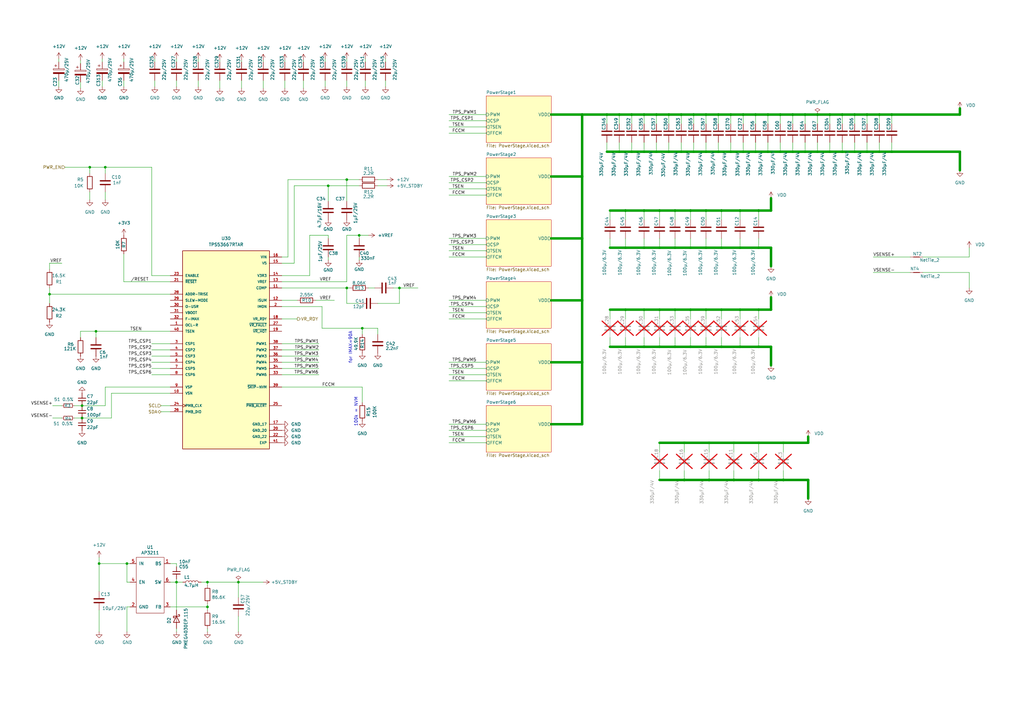
<source format=kicad_sch>
(kicad_sch (version 20231120) (generator "eeschema") (generator_version "8.0")
  (paper "A3")
  (title_block (title "BM1366 bitaxe") (date "2023-10-10") (rev "202"))
  (junction (at 238.76 123.19))
  (junction (at 311.15 127))
  (junction (at 295.91 86.36))
  (junction (at 350.52 46.99))
  (junction (at 330.2 46.99))
  (junction (at 340.36 46.99))
  (junction (at 300.99 181.61))
  (junction (at 256.54 127))
  (junction (at 33.655 171.45))
  (junction (at 311.15 196.85))
  (junction (at 163.83 118.11))
  (junction (at 254 62.23))
  (junction (at 264.16 101.6))
  (junction (at 264.16 62.23))
  (junction (at 97.79 238.76))
  (junction (at 40.64 231.14))
  (junction (at 264.16 86.36))
  (junction (at 238.76 72.39))
  (junction (at 39.37 135.89))
  (junction (at 85.09 238.76))
  (junction (at 303.53 127))
  (junction (at 142.24 118.11))
  (junction (at 238.76 46.99))
  (junction (at 303.53 142.24))
  (junction (at 345.44 46.99))
  (junction (at 321.31 181.61))
  (junction (at 20.32 120.65))
  (junction (at 147.32 96.52))
  (junction (at 314.96 46.99))
  (junction (at 238.76 97.79))
  (junction (at 264.16 46.99))
  (junction (at 264.16 127))
  (junction (at 274.32 62.23))
  (junction (at 264.16 142.24))
  (junction (at 290.83 181.61))
  (junction (at 256.54 86.36))
  (junction (at 274.32 46.99))
  (junction (at 325.12 62.23))
  (junction (at 238.76 148.59))
  (junction (at 304.8 62.23))
  (junction (at 284.48 46.99))
  (junction (at 270.51 127))
  (junction (at 279.4 62.23))
  (junction (at 270.51 86.36))
  (junction (at 33.655 166.37))
  (junction (at 280.67 181.61))
  (junction (at 283.21 127))
  (junction (at 309.88 46.99))
  (junction (at 365.76 46.99))
  (junction (at 276.86 86.36))
  (junction (at 43.18 68.58))
  (junction (at 320.04 46.99))
  (junction (at 289.56 127))
  (junction (at 311.15 181.61))
  (junction (at 36.83 68.58))
  (junction (at 304.8 46.99))
  (junction (at 355.6 62.23))
  (junction (at 294.64 46.99))
  (junction (at 295.91 101.6))
  (junction (at 340.36 62.23))
  (junction (at 142.24 73.66))
  (junction (at 289.56 86.36))
  (junction (at 52.07 231.14))
  (junction (at 270.51 101.6))
  (junction (at 284.48 62.23))
  (junction (at 365.76 62.23))
  (junction (at 259.08 46.99))
  (junction (at 148.59 134.62))
  (junction (at 300.99 196.85))
  (junction (at 254 46.99))
  (junction (at 350.52 62.23))
  (junction (at 269.24 62.23))
  (junction (at 289.56 101.6))
  (junction (at 72.39 238.76))
  (junction (at 335.28 46.99))
  (junction (at 309.88 62.23))
  (junction (at 311.15 101.6))
  (junction (at 295.91 127))
  (junction (at 290.83 196.85))
  (junction (at 289.56 142.24))
  (junction (at 325.12 46.99))
  (junction (at 289.56 46.99))
  (junction (at 276.86 127))
  (junction (at 360.68 46.99))
  (junction (at 85.09 248.92))
  (junction (at 303.53 101.6))
  (junction (at 279.4 46.99))
  (junction (at 303.53 86.36))
  (junction (at 294.64 62.23))
  (junction (at 283.21 101.6))
  (junction (at 276.86 142.24))
  (junction (at 283.21 86.36))
  (junction (at 335.28 62.23))
  (junction (at 355.6 46.99))
  (junction (at 259.08 62.23))
  (junction (at 311.15 86.36))
  (junction (at 321.31 196.85))
  (junction (at 280.67 196.85))
  (junction (at 134.62 76.2))
  (junction (at 270.51 142.24))
  (junction (at 276.86 101.6))
  (junction (at 360.68 62.23))
  (junction (at 248.92 46.99))
  (junction (at 256.54 142.24))
  (junction (at 330.2 62.23))
  (junction (at 295.91 142.24))
  (junction (at 256.54 101.6))
  (junction (at 345.44 62.23))
  (junction (at 311.15 142.24))
  (junction (at 283.21 142.24))
  (junction (at 289.56 62.23))
  (junction (at 299.72 62.23))
  (junction (at 299.72 46.99))
  (junction (at 314.96 62.23))
  (junction (at 320.04 62.23))
  (junction (at 269.24 46.99))
  (wire (pts (xy 254 62.23) (xy 259.08 62.23)) (stroke (width 1)))
  (wire (pts (xy 20.32 107.95) (xy 20.32 110.49)))
  (wire (pts (xy 269.24 46.99) (xy 269.24 50.8)))
  (wire (pts (xy 304.8 46.99) (xy 304.8 50.8)))
  (wire (pts (xy 289.56 97.79) (xy 289.56 101.6)))
  (wire (pts (xy 85.09 238.76) (xy 82.55 238.76)))
  (wire (pts (xy 120.65 107.95) (xy 120.65 76.2)))
  (wire (pts (xy 142.24 33.02) (xy 142.24 35.56)))
  (wire (pts (xy 45.72 161.29) (xy 69.85 161.29)))
  (wire (pts (xy 149.86 33.02) (xy 149.86 35.56)))
  (wire (pts (xy 142.24 118.11) (xy 142.24 124.46)))
  (wire (pts (xy 340.36 46.99) (xy 340.36 50.8)))
  (wire (pts (xy 250.19 86.36) (xy 250.19 90.17)))
  (wire (pts (xy 279.4 46.99) (xy 284.48 46.99)) (stroke (width 1)))
  (wire (pts (xy 270.51 101.6) (xy 276.86 101.6)) (stroke (width 1)))
  (wire (pts (xy 295.91 142.24) (xy 303.53 142.24)) (stroke (width 1)))
  (wire (pts (xy 43.18 166.37) (xy 43.18 158.75)))
  (wire (pts (xy 358.14 105.41) (xy 373.38 105.41)))
  (wire (pts (xy 289.56 46.99) (xy 289.56 50.8)))
  (wire (pts (xy 97.79 259.08) (xy 97.79 252.73)))
  (wire (pts (xy 250.19 138.43) (xy 250.19 142.24)))
  (wire (pts (xy 283.21 97.79) (xy 283.21 101.6)))
  (wire (pts (xy 270.51 193.04) (xy 270.51 196.85)))
  (wire (pts (xy 360.68 62.23) (xy 365.76 62.23)) (stroke (width 1)))
  (wire (pts (xy 299.72 62.23) (xy 304.8 62.23)) (stroke (width 1)))
  (wire (pts (xy 309.88 62.23) (xy 314.96 62.23)) (stroke (width 1)))
  (wire (pts (xy 99.06 24.765) (xy 99.06 25.4)))
  (wire (pts (xy 142.24 124.46) (xy 147.32 124.46)))
  (wire (pts (xy 311.15 127) (xy 311.15 130.81)))
  (wire (pts (xy 118.11 73.66) (xy 142.24 73.66)))
  (wire (pts (xy 264.16 90.17) (xy 264.16 86.36)))
  (wire (pts (xy 309.88 46.99) (xy 309.88 50.8)))
  (wire (pts (xy 289.56 62.23) (xy 294.64 62.23)) (stroke (width 1)))
  (wire (pts (xy 69.85 238.76) (xy 72.39 238.76)))
  (wire (pts (xy 276.86 127) (xy 276.86 130.81)))
  (wire (pts (xy 115.57 107.95) (xy 120.65 107.95)))
  (wire (pts (xy 50.8 24.13) (xy 50.8 25.4)))
  (wire (pts (xy 238.76 148.59) (xy 238.76 123.19)) (stroke (width 1)))
  (wire (pts (xy 295.91 101.6) (xy 303.53 101.6)) (stroke (width 1)))
  (wire (pts (xy 320.04 58.42) (xy 320.04 62.23)))
  (wire (pts (xy 184.15 128.27) (xy 199.39 128.27)))
  (wire (pts (xy 256.54 127) (xy 256.54 130.81)))
  (wire (pts (xy 250.19 127) (xy 250.19 130.81)))
  (wire (pts (xy 97.79 245.11) (xy 97.79 238.76)))
  (wire (pts (xy 321.31 196.85) (xy 326.39 196.85)))
  (wire (pts (xy 280.67 181.61) (xy 280.67 185.42)))
  (wire (pts (xy 132.08 125.73) (xy 115.57 125.73)))
  (wire (pts (xy 299.72 46.99) (xy 299.72 50.8)))
  (wire (pts (xy 270.51 86.36) (xy 276.86 86.36)) (stroke (width 1)))
  (wire (pts (xy 365.76 58.42) (xy 365.76 62.23)))
  (wire (pts (xy 226.06 173.99) (xy 238.76 173.99)) (stroke (width 1)))
  (wire (pts (xy 269.24 62.23) (xy 274.32 62.23)) (stroke (width 1)))
  (wire (pts (xy 280.67 196.85) (xy 285.75 196.85)))
  (wire (pts (xy 21.59 171.45) (xy 25.4 171.45)))
  (wire (pts (xy 397.51 111.76) (xy 397.51 118.11)))
  (wire (pts (xy 43.18 68.58) (xy 62.23 68.58)))
  (wire (pts (xy 50.8 33.02) (xy 50.8 35.56)))
  (wire (pts (xy 295.91 138.43) (xy 295.91 142.24)))
  (wire (pts (xy 335.28 46.99) (xy 340.36 46.99)) (stroke (width 1)))
  (wire (pts (xy 133.35 33.02) (xy 133.35 35.56)))
  (wire (pts (xy 226.06 97.79) (xy 238.76 97.79)) (stroke (width 1)))
  (wire (pts (xy 316.23 81.28) (xy 316.23 86.36)) (stroke (width 1)))
  (wire (pts (xy 264.16 58.42) (xy 264.16 62.23)))
  (wire (pts (xy 250.19 142.24) (xy 256.54 142.24)) (stroke (width 1)))
  (wire (pts (xy 30.48 171.45) (xy 33.655 171.45)))
  (wire (pts (xy 62.23 151.13) (xy 69.85 151.13)))
  (wire (pts (xy 350.52 62.23) (xy 355.6 62.23)) (stroke (width 1)))
  (wire (pts (xy 115.57 158.75) (xy 148.59 158.75)))
  (wire (pts (xy 118.11 105.41) (xy 118.11 73.66)))
  (wire (pts (xy 330.2 62.23) (xy 332.74 62.23)))
  (wire (pts (xy 294.64 58.42) (xy 294.64 62.23)))
  (wire (pts (xy 270.51 127) (xy 270.51 130.81)))
  (wire (pts (xy 314.96 46.99) (xy 320.04 46.99)) (stroke (width 1)))
  (wire (pts (xy 284.48 58.42) (xy 284.48 62.23)))
  (wire (pts (xy 309.88 46.99) (xy 314.96 46.99)) (stroke (width 1)))
  (wire (pts (xy 276.86 86.36) (xy 283.21 86.36)) (stroke (width 1)))
  (wire (pts (xy 115.57 151.13) (xy 130.81 151.13)))
  (wire (pts (xy 238.76 173.99) (xy 238.76 148.59)) (stroke (width 1)))
  (wire (pts (xy 270.51 181.61) (xy 275.59 181.61)))
  (wire (pts (xy 39.37 135.89) (xy 69.85 135.89)))
  (wire (pts (xy 289.56 86.36) (xy 295.91 86.36)) (stroke (width 1)))
  (wire (pts (xy 274.32 46.99) (xy 279.4 46.99)) (stroke (width 1)))
  (wire (pts (xy 184.15 123.19) (xy 199.39 123.19)))
  (wire (pts (xy 397.51 111.76) (xy 378.46 111.76)))
  (wire (pts (xy 289.56 58.42) (xy 289.56 62.23)))
  (wire (pts (xy 69.85 166.37) (xy 66.04 166.37)))
  (wire (pts (xy 397.51 105.41) (xy 397.51 101.6)))
  (wire (pts (xy 299.72 58.42) (xy 299.72 62.23)))
  (wire (pts (xy 250.19 97.79) (xy 250.19 101.6)))
  (wire (pts (xy 134.62 76.2) (xy 134.62 82.55)))
  (wire (pts (xy 270.51 138.43) (xy 270.51 142.24)))
  (wire (pts (xy 311.15 97.79) (xy 311.15 101.6)))
  (wire (pts (xy 350.52 58.42) (xy 350.52 62.23)))
  (wire (pts (xy 295.91 86.36) (xy 295.91 90.17)))
  (wire (pts (xy 256.54 86.36) (xy 264.16 86.36)) (stroke (width 1)))
  (wire (pts (xy 325.12 62.23) (xy 330.2 62.23)) (stroke (width 1)))
  (wire (pts (xy 163.83 118.11) (xy 163.83 124.46)))
  (wire (pts (xy 283.21 127) (xy 289.56 127)) (stroke (width 1)))
  (wire (pts (xy 284.48 62.23) (xy 289.56 62.23)) (stroke (width 1)))
  (wire (pts (xy 250.19 101.6) (xy 256.54 101.6)) (stroke (width 1)))
  (wire (pts (xy 335.28 62.23) (xy 340.36 62.23)))
  (wire (pts (xy 303.53 86.36) (xy 303.53 90.17)))
  (wire (pts (xy 321.31 181.61) (xy 331.47 181.61)) (stroke (width 1)))
  (wire (pts (xy 85.09 250.19) (xy 85.09 248.92)))
  (wire (pts (xy 314.96 58.42) (xy 314.96 62.23)))
  (wire (pts (xy 154.94 124.46) (xy 163.83 124.46)))
  (wire (pts (xy 148.59 158.75) (xy 148.59 165.1)))
  (wire (pts (xy 40.64 242.57) (xy 40.64 231.14)))
  (wire (pts (xy 320.04 46.99) (xy 321.31 46.99)))
  (wire (pts (xy 72.39 238.76) (xy 74.93 238.76)))
  (wire (pts (xy 107.95 33.02) (xy 107.95 36.195)))
  (wire (pts (xy 147.32 105.41) (xy 147.32 106.68)))
  (wire (pts (xy 259.08 62.23) (xy 264.16 62.23)) (stroke (width 1)))
  (wire (pts (xy 264.16 97.79) (xy 264.16 101.6)))
  (wire (pts (xy 133.35 24.13) (xy 133.35 25.4)))
  (wire (pts (xy 360.68 46.99) (xy 365.76 46.99)) (stroke (width 1)))
  (wire (pts (xy 250.19 86.36) (xy 256.54 86.36)) (stroke (width 1)))
  (wire (pts (xy 300.99 181.61) (xy 306.07 181.61)))
  (wire (pts (xy 304.8 46.99) (xy 309.88 46.99)) (stroke (width 1)))
  (wire (pts (xy 238.76 123.19) (xy 238.76 97.79)) (stroke (width 1)))
  (wire (pts (xy 149.86 24.13) (xy 149.86 25.4)))
  (wire (pts (xy 184.15 151.13) (xy 199.39 151.13)))
  (wire (pts (xy 24.13 24.13) (xy 24.13 25.4)))
  (wire (pts (xy 39.37 135.89) (xy 39.37 138.43)))
  (wire (pts (xy 350.52 46.99) (xy 355.6 46.99)) (stroke (width 1)))
  (wire (pts (xy 280.67 193.04) (xy 280.67 196.85)))
  (wire (pts (xy 269.24 58.42) (xy 269.24 62.23)))
  (wire (pts (xy 97.79 238.76) (xy 107.95 238.76)))
  (wire (pts (xy 320.04 46.99) (xy 325.12 46.99)) (stroke (width 1)))
  (wire (pts (xy 158.115 33.02) (xy 158.115 35.56)))
  (wire (pts (xy 269.24 46.99) (xy 274.32 46.99)) (stroke (width 1)))
  (wire (pts (xy 276.86 97.79) (xy 276.86 101.6)))
  (wire (pts (xy 311.15 86.36) (xy 311.15 90.17)))
  (wire (pts (xy 99.06 33.02) (xy 99.06 36.195)))
  (wire (pts (xy 290.83 181.61) (xy 300.99 181.61)) (stroke (width 1)))
  (wire (pts (xy 20.32 120.65) (xy 69.85 120.65)))
  (wire (pts (xy 311.15 127) (xy 316.23 127)) (stroke (width 1)))
  (wire (pts (xy 62.23 146.05) (xy 69.85 146.05)))
  (wire (pts (xy 365.76 62.23) (xy 393.7 62.23)) (stroke (width 1)))
  (wire (pts (xy 256.54 101.6) (xy 264.16 101.6)) (stroke (width 1)))
  (wire (pts (xy 41.91 24.13) (xy 41.91 25.4)))
  (wire (pts (xy 142.24 96.52) (xy 147.32 96.52)))
  (wire (pts (xy 280.67 181.61) (xy 290.83 181.61)) (stroke (width 1)))
  (wire (pts (xy 184.15 77.47) (xy 199.39 77.47)))
  (wire (pts (xy 299.72 46.99) (xy 304.8 46.99)) (stroke (width 1)))
  (wire (pts (xy 52.07 231.14) (xy 52.07 238.76)))
  (wire (pts (xy 24.13 33.02) (xy 24.13 35.56)))
  (wire (pts (xy 85.09 259.08) (xy 85.09 257.81)))
  (wire (pts (xy 259.08 46.99) (xy 259.08 50.8)))
  (wire (pts (xy 41.91 33.02) (xy 41.91 35.56)))
  (wire (pts (xy 254 58.42) (xy 254 62.23)))
  (wire (pts (xy 345.44 58.42) (xy 345.44 62.23)))
  (wire (pts (xy 289.56 101.6) (xy 295.91 101.6)) (stroke (width 1)))
  (wire (pts (xy 142.24 73.66) (xy 142.24 82.55)))
  (wire (pts (xy 256.54 86.36) (xy 256.54 90.17)))
  (wire (pts (xy 25.4 107.95) (xy 20.32 107.95)))
  (wire (pts (xy 129.54 123.19) (xy 137.16 123.19)))
  (wire (pts (xy 309.88 58.42) (xy 309.88 62.23)))
  (wire (pts (xy 316.23 101.6) (xy 316.23 109.22)) (stroke (width 1)))
  (wire (pts (xy 270.51 86.36) (xy 270.51 90.17)))
  (wire (pts (xy 90.17 33.02) (xy 90.17 36.195)))
  (wire (pts (xy 311.15 181.61) (xy 321.31 181.61)) (stroke (width 1)))
  (wire (pts (xy 184.15 176.53) (xy 199.39 176.53)))
  (wire (pts (xy 314.96 62.23) (xy 320.04 62.23)) (stroke (width 1)))
  (wire (pts (xy 264.16 138.43) (xy 264.16 142.24)))
  (wire (pts (xy 248.92 46.99) (xy 254 46.99)) (stroke (width 1)))
  (wire (pts (xy 283.21 101.6) (xy 289.56 101.6)) (stroke (width 1)))
  (wire (pts (xy 62.23 140.97) (xy 69.85 140.97)))
  (wire (pts (xy 20.32 118.11) (xy 20.32 120.65)))
  (wire (pts (xy 355.6 62.23) (xy 360.68 62.23)) (stroke (width 1)))
  (wire (pts (xy 62.23 143.51) (xy 69.85 143.51)))
  (wire (pts (xy 142.24 73.66) (xy 147.32 73.66)))
  (wire (pts (xy 72.39 24.13) (xy 72.39 25.4)))
  (wire (pts (xy 184.15 46.99) (xy 199.39 46.99)))
  (wire (pts (xy 378.46 105.41) (xy 397.51 105.41)))
  (wire (pts (xy 142.24 24.13) (xy 142.24 25.4)))
  (wire (pts (xy 184.15 130.81) (xy 199.39 130.81)))
  (wire (pts (xy 184.15 153.67) (xy 199.39 153.67)))
  (wire (pts (xy 283.21 142.24) (xy 289.56 142.24)) (stroke (width 1)))
  (wire (pts (xy 132.08 134.62) (xy 132.08 125.73)))
  (wire (pts (xy 393.7 44.45) (xy 393.7 46.99)) (stroke (width 1)))
  (wire (pts (xy 115.57 140.97) (xy 130.81 140.97)))
  (wire (pts (xy 184.15 97.79) (xy 199.39 97.79)))
  (wire (pts (xy 340.36 58.42) (xy 340.36 62.23)))
  (wire (pts (xy 283.21 130.81) (xy 283.21 127)))
  (wire (pts (xy 69.85 231.14) (xy 72.39 231.14)))
  (wire (pts (xy 238.76 46.99) (xy 248.92 46.99)) (stroke (width 1)))
  (wire (pts (xy 303.53 127) (xy 311.15 127)) (stroke (width 1)))
  (wire (pts (xy 184.15 100.33) (xy 199.39 100.33)))
  (wire (pts (xy 345.44 62.23) (xy 350.52 62.23)) (stroke (width 1)))
  (wire (pts (xy 294.64 46.99) (xy 299.72 46.99)) (stroke (width 1)))
  (wire (pts (xy 320.04 62.23) (xy 325.12 62.23)) (stroke (width 1)))
  (wire (pts (xy 52.07 259.08) (xy 52.07 248.92)))
  (wire (pts (xy 21.59 166.37) (xy 25.4 166.37)))
  (wire (pts (xy 330.2 46.99) (xy 330.2 50.8)))
  (wire (pts (xy 184.15 179.07) (xy 199.39 179.07)))
  (wire (pts (xy 303.53 127) (xy 303.53 130.81)))
  (wire (pts (xy 294.64 46.99) (xy 294.64 50.8)))
  (wire (pts (xy 264.16 127) (xy 270.51 127)) (stroke (width 1)))
  (wire (pts (xy 279.4 62.23) (xy 279.4 58.42)))
  (wire (pts (xy 331.47 179.07) (xy 331.47 181.61)) (stroke (width 1)))
  (wire (pts (xy 115.57 115.57) (xy 142.24 115.57)))
  (wire (pts (xy 300.99 196.85) (xy 306.07 196.85)))
  (wire (pts (xy 124.46 33.02) (xy 124.46 36.195)))
  (wire (pts (xy 154.94 76.2) (xy 158.75 76.2)))
  (wire (pts (xy 115.57 113.03) (xy 127 113.03)))
  (wire (pts (xy 314.96 46.99) (xy 316.23 46.99)))
  (wire (pts (xy 365.76 46.99) (xy 393.7 46.99)) (stroke (width 1)))
  (wire (pts (xy 107.95 24.765) (xy 107.95 25.4)))
  (wire (pts (xy 45.72 161.29) (xy 45.72 171.45)))
  (wire (pts (xy 303.53 138.43) (xy 303.53 142.24)))
  (wire (pts (xy 289.56 142.24) (xy 295.91 142.24)) (stroke (width 1)))
  (wire (pts (xy 325.12 58.42) (xy 325.12 62.23)))
  (wire (pts (xy 270.51 181.61) (xy 280.67 181.61)) (stroke (width 1)))
  (wire (pts (xy 184.15 173.99) (xy 199.39 173.99)))
  (wire (pts (xy 295.91 86.36) (xy 303.53 86.36)) (stroke (width 1)))
  (wire (pts (xy 358.14 111.76) (xy 373.38 111.76)))
  (wire (pts (xy 274.32 46.99) (xy 274.32 50.8)))
  (wire (pts (xy 127 113.03) (xy 127 96.52)))
  (wire (pts (xy 365.76 46.99) (xy 365.76 50.8)))
  (wire (pts (xy 120.65 76.2) (xy 134.62 76.2)))
  (wire (pts (xy 276.86 127) (xy 283.21 127)) (stroke (width 1)))
  (wire (pts (xy 320.04 46.99) (xy 320.04 50.8)))
  (wire (pts (xy 300.99 181.61) (xy 300.99 185.42)))
  (wire (pts (xy 116.84 33.02) (xy 116.84 36.195)))
  (wire (pts (xy 256.54 127) (xy 264.16 127)) (stroke (width 1)))
  (wire (pts (xy 259.08 58.42) (xy 259.08 62.23)))
  (wire (pts (xy 320.04 62.23) (xy 321.31 62.23)))
  (wire (pts (xy 264.16 101.6) (xy 270.51 101.6)) (stroke (width 1)))
  (wire (pts (xy 226.06 148.59) (xy 238.76 148.59)) (stroke (width 1)))
  (wire (pts (xy 279.4 62.23) (xy 284.48 62.23)) (stroke (width 1)))
  (wire (pts (xy 69.85 248.92) (xy 85.09 248.92)))
  (wire (pts (xy 304.8 58.42) (xy 304.8 62.23)))
  (wire (pts (xy 360.68 58.42) (xy 360.68 62.23)))
  (wire (pts (xy 33.02 24.765) (xy 33.02 26.035)))
  (wire (pts (xy 330.2 58.42) (xy 330.2 62.23)))
  (wire (pts (xy 276.86 101.6) (xy 283.21 101.6)) (stroke (width 1)))
  (wire (pts (xy 283.21 90.17) (xy 283.21 86.36)))
  (wire (pts (xy 184.15 74.93) (xy 199.39 74.93)))
  (wire (pts (xy 33.655 171.45) (xy 45.72 171.45)))
  (wire (pts (xy 226.06 46.99) (xy 238.76 46.99)) (stroke (width 1)))
  (wire (pts (xy 43.18 78.74) (xy 43.18 81.915)))
  (wire (pts (xy 154.94 73.66) (xy 158.75 73.66)))
  (wire (pts (xy 270.51 97.79) (xy 270.51 101.6)))
  (wire (pts (xy 50.8 115.57) (xy 69.85 115.57)))
  (wire (pts (xy 20.32 120.65) (xy 20.32 124.46)))
  (wire (pts (xy 115.57 146.05) (xy 130.81 146.05)))
  (wire (pts (xy 127 96.52) (xy 134.62 96.52)))
  (wire (pts (xy 62.23 153.67) (xy 69.85 153.67)))
  (wire (pts (xy 39.37 135.89) (xy 33.02 135.89)))
  (wire (pts (xy 40.64 228.6) (xy 40.64 231.14)))
  (wire (pts (xy 311.15 86.36) (xy 316.23 86.36)) (stroke (width 1)))
  (wire (pts (xy 115.57 130.81) (xy 121.92 130.81)))
  (wire (pts (xy 280.67 196.85) (xy 290.83 196.85)) (stroke (width 1)))
  (wire (pts (xy 289.56 86.36) (xy 289.56 90.17)))
  (wire (pts (xy 134.62 96.52) (xy 134.62 97.79)))
  (wire (pts (xy 81.28 33.02) (xy 81.28 35.56)))
  (wire (pts (xy 115.57 123.19) (xy 121.92 123.19)))
  (wire (pts (xy 311.15 181.61) (xy 311.15 185.42)))
  (wire (pts (xy 309.88 62.23) (xy 311.15 62.23)))
  (wire (pts (xy 264.16 46.99) (xy 269.24 46.99)) (stroke (width 1)))
  (wire (pts (xy 26.67 68.58) (xy 36.83 68.58)))
  (wire (pts (xy 325.12 46.99) (xy 330.2 46.99)) (stroke (width 1)))
  (wire (pts (xy 69.85 168.91) (xy 66.04 168.91)))
  (wire (pts (xy 184.15 105.41) (xy 199.39 105.41)))
  (wire (pts (xy 274.32 58.42) (xy 274.32 62.23)))
  (wire (pts (xy 147.32 96.52) (xy 147.32 97.79)))
  (wire (pts (xy 295.91 127) (xy 295.91 130.81)))
  (wire (pts (xy 116.84 24.765) (xy 116.84 25.4)))
  (wire (pts (xy 290.83 193.04) (xy 290.83 196.85)))
  (wire (pts (xy 184.15 156.21) (xy 199.39 156.21)))
  (wire (pts (xy 154.94 134.62) (xy 148.59 134.62)))
  (wire (pts (xy 184.15 148.59) (xy 199.39 148.59)))
  (wire (pts (xy 290.83 196.85) (xy 300.99 196.85)) (stroke (width 1)))
  (wire (pts (xy 52.07 248.92) (xy 53.34 248.92)))
  (wire (pts (xy 335.28 46.99) (xy 335.28 50.8)))
  (wire (pts (xy 345.44 46.99) (xy 350.52 46.99)) (stroke (width 1)))
  (wire (pts (xy 270.51 127) (xy 276.86 127)) (stroke (width 1)))
  (wire (pts (xy 283.21 86.36) (xy 289.56 86.36)) (stroke (width 1)))
  (wire (pts (xy 33.02 135.89) (xy 33.02 138.43)))
  (wire (pts (xy 311.15 196.85) (xy 321.31 196.85)) (stroke (width 1)))
  (wire (pts (xy 184.15 49.53) (xy 199.39 49.53)))
  (wire (pts (xy 72.39 250.19) (xy 72.39 238.76)))
  (wire (pts (xy 256.54 97.79) (xy 256.54 101.6)))
  (wire (pts (xy 300.99 181.61) (xy 311.15 181.61)) (stroke (width 1)))
  (wire (pts (xy 360.68 46.99) (xy 360.68 50.8)))
  (wire (pts (xy 330.2 46.99) (xy 335.28 46.99)) (stroke (width 1)))
  (wire (pts (xy 270.51 142.24) (xy 276.86 142.24)) (stroke (width 1)))
  (wire (pts (xy 43.18 158.75) (xy 69.85 158.75)))
  (wire (pts (xy 124.46 24.765) (xy 124.46 25.4)))
  (wire (pts (xy 142.24 118.11) (xy 143.51 118.11)))
  (wire (pts (xy 295.91 97.79) (xy 295.91 101.6)))
  (wire (pts (xy 300.99 196.85) (xy 311.15 196.85)) (stroke (width 1)))
  (wire (pts (xy 142.24 115.57) (xy 142.24 96.52)))
  (wire (pts (xy 303.53 142.24) (xy 311.15 142.24)) (stroke (width 1)))
  (wire (pts (xy 184.15 54.61) (xy 199.39 54.61)))
  (wire (pts (xy 300.99 193.04) (xy 300.99 196.85)))
  (wire (pts (xy 311.15 101.6) (xy 316.23 101.6)) (stroke (width 1)))
  (wire (pts (xy 321.31 196.85) (xy 331.47 196.85)) (stroke (width 1)))
  (wire (pts (xy 264.16 46.99) (xy 264.16 50.8)))
  (wire (pts (xy 184.15 181.61) (xy 199.39 181.61)))
  (wire (pts (xy 330.2 46.99) (xy 332.74 46.99)))
  (wire (pts (xy 331.47 196.85) (xy 331.47 204.47)) (stroke (width 1)))
  (wire (pts (xy 97.79 238.76) (xy 85.09 238.76)))
  (wire (pts (xy 335.28 46.99) (xy 340.36 46.99)))
  (wire (pts (xy 248.92 62.23) (xy 254 62.23)) (stroke (width 1)))
  (wire (pts (xy 158.115 24.13) (xy 158.115 25.4)))
  (wire (pts (xy 314.96 62.23) (xy 316.23 62.23)))
  (wire (pts (xy 259.08 46.99) (xy 264.16 46.99)) (stroke (width 1)))
  (wire (pts (xy 294.64 62.23) (xy 299.72 62.23)) (stroke (width 1)))
  (wire (pts (xy 184.15 52.07) (xy 199.39 52.07)))
  (wire (pts (xy 279.4 46.99) (xy 279.4 50.8)))
  (wire (pts (xy 316.23 121.92) (xy 316.23 127)) (stroke (width 1)))
  (wire (pts (xy 115.57 148.59) (xy 130.81 148.59)))
  (wire (pts (xy 309.88 46.99) (xy 311.15 46.99)))
  (wire (pts (xy 340.36 46.99) (xy 345.44 46.99)) (stroke (width 1)))
  (wire (pts (xy 62.23 113.03) (xy 69.85 113.03)))
  (wire (pts (xy 345.44 46.99) (xy 345.44 50.8)))
  (wire (pts (xy 33.655 166.37) (xy 43.18 166.37)))
  (wire (pts (xy 303.53 86.36) (xy 311.15 86.36)) (stroke (width 1)))
  (wire (pts (xy 311.15 138.43) (xy 311.15 142.24)))
  (wire (pts (xy 36.83 78.74) (xy 36.83 81.915)))
  (wire (pts (xy 289.56 127) (xy 289.56 130.81)))
  (wire (pts (xy 40.64 259.08) (xy 40.64 250.19)))
  (wire (pts (xy 321.31 193.04) (xy 321.31 196.85)))
  (wire (pts (xy 290.83 181.61) (xy 290.83 185.42)))
  (wire (pts (xy 226.06 123.19) (xy 238.76 123.19)) (stroke (width 1)))
  (wire (pts (xy 289.56 46.99) (xy 294.64 46.99)) (stroke (width 1)))
  (wire (pts (xy 393.7 62.23) (xy 393.7 69.85)) (stroke (width 1)))
  (wire (pts (xy 161.29 118.11) (xy 163.83 118.11)))
  (wire (pts (xy 316.23 142.24) (xy 316.23 149.86)) (stroke (width 1)))
  (wire (pts (xy 115.57 153.67) (xy 130.81 153.67)))
  (wire (pts (xy 340.36 62.23) (xy 345.44 62.23)) (stroke (width 1)))
  (wire (pts (xy 43.18 68.58) (xy 36.83 68.58)))
  (wire (pts (xy 355.6 46.99) (xy 360.68 46.99)) (stroke (width 1)))
  (wire (pts (xy 115.57 105.41) (xy 118.11 105.41)))
  (wire (pts (xy 264.16 130.81) (xy 264.16 127)))
  (wire (pts (xy 276.86 138.43) (xy 276.86 142.24)))
  (wire (pts (xy 311.15 196.85) (xy 316.23 196.85)))
  (wire (pts (xy 43.18 68.58) (xy 43.18 71.12)))
  (wire (pts (xy 289.56 138.43) (xy 289.56 142.24)))
  (wire (pts (xy 284.48 46.99) (xy 289.56 46.99)) (stroke (width 1)))
  (wire (pts (xy 72.39 238.76) (xy 72.39 237.49)))
  (wire (pts (xy 134.62 76.2) (xy 147.32 76.2)))
  (wire (pts (xy 311.15 142.24) (xy 316.23 142.24)) (stroke (width 1)))
  (wire (pts (xy 256.54 138.43) (xy 256.54 142.24)))
  (wire (pts (xy 90.17 24.765) (xy 90.17 25.4)))
  (wire (pts (xy 330.2 62.23) (xy 335.28 62.23)) (stroke (width 1)))
  (wire (pts (xy 148.59 134.62) (xy 148.59 137.16)))
  (wire (pts (xy 226.06 72.39) (xy 238.76 72.39)) (stroke (width 1)))
  (wire (pts (xy 254 46.99) (xy 254 50.8)))
  (wire (pts (xy 62.23 68.58) (xy 62.23 113.03)))
  (wire (pts (xy 115.57 118.11) (xy 142.24 118.11)))
  (wire (pts (xy 325.12 46.99) (xy 325.12 50.8)))
  (wire (pts (xy 270.51 196.85) (xy 280.67 196.85)) (stroke (width 1)))
  (wire (pts (xy 274.32 62.23) (xy 279.4 62.23)) (stroke (width 1)))
  (wire (pts (xy 283.21 138.43) (xy 283.21 142.24)))
  (wire (pts (xy 248.92 46.99) (xy 248.92 50.8)))
  (wire (pts (xy 264.16 86.36) (xy 270.51 86.36)) (stroke (width 1)))
  (wire (pts (xy 115.57 143.51) (xy 130.81 143.51)))
  (wire (pts (xy 50.8 104.14) (xy 50.8 115.57)))
  (wire (pts (xy 335.28 58.42) (xy 335.28 62.23)))
  (wire (pts (xy 270.51 196.85) (xy 275.59 196.85)))
  (wire (pts (xy 132.08 134.62) (xy 148.59 134.62)))
  (wire (pts (xy 355.6 58.42) (xy 355.6 62.23)))
  (wire (pts (xy 303.53 101.6) (xy 311.15 101.6)) (stroke (width 1)))
  (wire (pts (xy 321.31 181.61) (xy 326.39 181.61)))
  (wire (pts (xy 289.56 127) (xy 295.91 127)) (stroke (width 1)))
  (wire (pts (xy 256.54 142.24) (xy 264.16 142.24)) (stroke (width 1)))
  (wire (pts (xy 134.62 106.68) (xy 134.62 105.41)))
  (wire (pts (xy 63.5 33.02) (xy 63.5 35.56)))
  (wire (pts (xy 163.83 118.11) (xy 171.45 118.11)))
  (wire (pts (xy 238.76 72.39) (xy 238.76 46.99)) (stroke (width 1)))
  (wire (pts (xy 250.19 127) (xy 256.54 127)) (stroke (width 1)))
  (wire (pts (xy 33.02 33.655) (xy 33.02 36.195)))
  (wire (pts (xy 254 46.99) (xy 259.08 46.99)) (stroke (width 1)))
  (wire (pts (xy 184.15 80.01) (xy 199.39 80.01)))
  (wire (pts (xy 184.15 72.39) (xy 199.39 72.39)))
  (wire (pts (xy 276.86 142.24) (xy 283.21 142.24)) (stroke (width 1)))
  (wire (pts (xy 325.12 46.99) (xy 327.66 46.99)))
  (wire (pts (xy 264.16 62.23) (xy 269.24 62.23)) (stroke (width 1)))
  (wire (pts (xy 295.91 127) (xy 303.53 127)) (stroke (width 1)))
  (wire (pts (xy 304.8 62.23) (xy 309.88 62.23)) (stroke (width 1)))
  (wire (pts (xy 321.31 181.61) (xy 321.31 185.42)))
  (wire (pts (xy 270.51 181.61) (xy 270.51 185.42)))
  (wire (pts (xy 30.48 166.37) (xy 33.655 166.37)))
  (wire (pts (xy 248.92 58.42) (xy 248.92 62.23)))
  (wire (pts (xy 290.83 196.85) (xy 295.91 196.85)))
  (wire (pts (xy 184.15 125.73) (xy 199.39 125.73)))
  (wire (pts (xy 311.15 193.04) (xy 311.15 196.85)))
  (wire (pts (xy 154.94 134.62) (xy 154.94 137.16)))
  (wire (pts (xy 325.12 62.23) (xy 327.66 62.23)))
  (wire (pts (xy 52.07 231.14) (xy 53.34 231.14)))
  (wire (pts (xy 151.13 118.11) (xy 153.67 118.11)))
  (wire (pts (xy 335.28 62.23) (xy 340.36 62.23)) (stroke (width 1)))
  (wire (pts (xy 303.53 97.79) (xy 303.53 101.6)))
  (wire (pts (xy 85.09 240.03) (xy 85.09 238.76)))
  (wire (pts (xy 184.15 102.87) (xy 199.39 102.87)))
  (wire (pts (xy 81.28 24.13) (xy 81.28 25.4)))
  (wire (pts (xy 52.07 238.76) (xy 53.34 238.76)))
  (wire (pts (xy 264.16 142.24) (xy 270.51 142.24)) (stroke (width 1)))
  (wire (pts (xy 36.83 68.58) (xy 36.83 71.12)))
  (wire (pts (xy 290.83 181.61) (xy 295.91 181.61)))
  (wire (pts (xy 72.39 231.14) (xy 72.39 232.41)))
  (wire (pts (xy 72.39 33.02) (xy 72.39 35.56)))
  (wire (pts (xy 85.09 248.92) (xy 85.09 247.65)))
  (wire (pts (xy 63.5 24.13) (xy 63.5 25.4)))
  (wire (pts (xy 314.96 46.99) (xy 314.96 50.8)))
  (wire (pts (xy 238.76 97.79) (xy 238.76 72.39)) (stroke (width 1)))
  (wire (pts (xy 151.13 96.52) (xy 147.32 96.52)))
  (wire (pts (xy 350.52 46.99) (xy 350.52 50.8)))
  (wire (pts (xy 280.67 181.61) (xy 285.75 181.61)))
  (wire (pts (xy 72.39 259.08) (xy 72.39 257.81)))
  (wire (pts (xy 40.64 231.14) (xy 52.07 231.14)))
  (wire (pts (xy 355.6 46.99) (xy 355.6 50.8)))
  (wire (pts (xy 62.23 148.59) (xy 69.85 148.59)))
  (wire (pts (xy 284.48 46.99) (xy 284.48 50.8)))
  (wire (pts (xy 276.86 86.36) (xy 276.86 90.17)))
  (wire (pts (xy 311.15 181.61) (xy 316.23 181.61)))
  (text "100k = NVM" (at 146.05 168.91 90) (effects (font (size 1.27 1.27))))
  (text "for IMAX=90A" (at 143.764 142.494 90) (effects (font (size 1.27 1.27))))
  (label "FCCM" (at 185.42 80.01 0))
  (label "TPS_CSP4" (at 62.23 148.59 180))
  (label "TPS_CSP3" (at 62.23 146.05 180))
  (label "TSEN" (at 185.42 128.27 0))
  (label "TPS_PWM2" (at 195.58 72.39 180))
  (label "TSEN" (at 53.34 135.89 0))
  (label "VREF" (at 170.18 118.11 180))
  (label "FCCM" (at 132.08 158.75 0))
  (label "{slash}RESET" (at 60.96 115.57 180))
  (label "TPS_PWM2" (at 130.81 143.51 180))
  (label "TPS_CSP6" (at 194.31 176.53 180))
  (label "TPS_CSP2" (at 62.23 143.51 180))
  (label "TPS_PWM1" (at 130.81 140.97 180))
  (label "FCCM" (at 185.42 156.21 0))
  (label "TPS_PWM3" (at 185.42 97.79 0))
  (label "FCCM" (at 185.42 54.61 0))
  (label "TPS_PWM4" (at 120.65 148.59 0))
  (label "TSEN" (at 185.42 179.07 0))
  (label "TSEN" (at 185.42 153.67 0))
  (label "TPS_PWM5" (at 120.65 151.13 0))
  (label "TPS_CSP5" (at 194.31 151.13 180))
  (label "TPS_CSP4" (at 194.31 125.73 180))
  (label "TPS_CSP3" (at 194.31 100.33 180))
  (label "TPS_CSP1" (at 62.23 140.97 180))
  (label "TSEN" (at 185.42 102.87 0))
  (label "TSEN" (at 185.42 77.47 0))
  (label "VREF" (at 135.89 123.19 180))
  (label "TPS_CSP2" (at 194.31 74.93 180))
  (label "TPS_PWM6" (at 120.65 153.67 0))
  (label "FCCM" (at 185.42 105.41 0))
  (label "TPS_CSP1" (at 194.31 49.53 180))
  (label "VSENSE+" (at 21.59 166.37 180))
  (label "TPS_PWM4" (at 185.42 123.19 0))
  (label "VSENSE-" (at 358.14 111.76 0))
  (label "VSENSE-" (at 21.59 171.45 180))
  (label "TPS_CSP5" (at 62.23 151.13 180))
  (label "TPS_PWM5" (at 185.42 148.59 0))
  (label "VSENSE+" (at 358.14 105.41 0))
  (label "TPS_PWM3" (at 120.65 146.05 0))
  (label "TPS_PWM6" (at 185.42 173.99 0))
  (label "TPS_PWM1" (at 195.58 46.99 180))
  (label "FCCM" (at 185.42 181.61 0))
  (label "TSEN" (at 185.42 52.07 0))
  (label "VREF" (at 135.89 115.57 180))
  (label "TPS_CSP6" (at 62.23 153.67 180))
  (label "VREF" (at 25.4 107.95 180))
  (label "FCCM" (at 185.42 130.81 0))
  (hierarchical_label "VR_RDY" (shape output) (at 121.92 130.81 0))
  (hierarchical_label "SDA" (shape bidirectional) (at 66.04 168.91 180))
  (hierarchical_label "SCL" (shape input) (at 66.04 166.37 180))
  (hierarchical_label "PWR_EN" (shape input) (at 26.67 68.58 180))
  (symbol (lib_id "power:GND") (at 149.86 35.56 0) (unit 1)
    (property "Reference" "#PWR0524" (effects (hide yes)))
    (property "Value" "GND" (at 149.86 40.132 0))
  )
  (symbol (lib_id "EKO_Miner_ASIClib:TPS53667RTAR") (at 92.71 143.51 0) (unit 1)
    (property "Reference" "U30" (at 92.71 97.79 0))
    (property "Value" "TPS53667RTAR" (at 92.71 100.33 0))
    (property "Footprint" "EKO_Miner_ASIClib:TPS53667RTAR" (effects (hide yes)))
    (property "MF" "Texas Instruments" (effects (hide yes)))
    (property "MAXIMUM_PACKAGE_HEIGHT" "0.8mm" (effects (hide yes)))
    (property "Package" "WQFN-40 Texas Instruments" (effects (hide yes)))
    (property "Price" "None" (effects (hide yes)))
    (property "Check_prices" "https://www.snapeda.com/parts/TPS53667RTAR/Texas+Instruments/view-part/?ref=eda" (effects (hide yes)))
    (property "STANDARD" "Manufacturer Recommendations" (effects (hide yes)))
    (property "PARTREV" "B" (effects (hide yes)))
    (property "SnapEDA_Link" "https://www.snapeda.com/parts/TPS53667RTAR/Texas+Instruments/view-part/?ref=snap" (effects (hide yes)))
    (property "MP" "TPS53667RTAR" (effects (hide yes)))
    (property "Description_1" "\n                        \n                            6-Phase, D-CAP+ step-down driverless buck controller with NVM and PMBus interface for ASIC\n                        \n" (effects (hide yes)))
    (property "Availability" "In Stock" (effects (hide yes)))
    (property "MANUFACTURER" "Texas Instruments" (effects (hide yes)))
    (property "Manufacturer" "TPS53667RTAT" (effects (hide yes)))
    (property "P/N MOUSER" "595-TPS53667RTAT" (effects (hide yes)))
  )
  (symbol (lib_id "power:GND") (at 316.23 109.22 0) (unit 1)
    (property "Reference" "#PWR0478" (effects (hide yes)))
    (property "Value" "GND" (at 316.23 114.3 0))
  )
  (symbol (lib_name "GND_5") (lib_id "power:GND") (at 134.62 106.68 0) (unit 1)
    (property "Reference" "#PWR080" (effects (hide yes)))
    (property "Value" "GND" (at 134.62 110.744 0))
    (property "Description" "Power symbol creates a global label with name \"GND\" , ground" (effects (hide yes)))
  )
  (symbol (lib_id "power:GND") (at 90.17 36.195 0) (unit 1)
    (property "Reference" "#PWR0473" (effects (hide yes)))
    (property "Value" "GND" (at 90.17 40.767 0))
  )
  (symbol (lib_id "power:GND") (at 133.35 35.56 0) (unit 1)
    (property "Reference" "#PWR0515" (effects (hide yes)))
    (property "Value" "GND" (at 133.35 40.132 0))
  )
  (symbol (lib_id "power:GND") (at 63.5 35.56 0) (unit 1)
    (property "Reference" "#PWR0264" (effects (hide yes)))
    (property "Value" "GND" (at 63.5 40.132 0))
  )
  (symbol (lib_id "Device:R") (at 36.83 74.93 0) (mirror y) (unit 1)
    (property "Reference" "R5" (at 34.29 73.66 0) (effects (justify left)))
    (property "Value" "10K" (at 34.29 76.2 0) (effects (justify left)))
    (property "Footprint" "Resistor_SMD:R_0805_2012Metric" (effects (hide yes)))
    (property "Manufacturer" "CRGCQ0805F10K" (effects (hide yes)))
    (property "P/N MOUSER" "279-CRGCQ0805F10K" (effects (hide yes)))
  )
  (symbol (lib_id "Device:C") (at 157.48 118.11 90) (mirror x) (unit 1)
    (property "Reference" "C43" (at 162.814 114.3 90) (effects (justify left)))
    (property "Value" "1nF" (at 162.814 116.078 90) (effects (justify left)))
    (property "Footprint" "Capacitor_SMD:C_0805_2012Metric" (effects (hide yes)))
    (property "Manufacturer" "CC0805KRX7R0BB102" (effects (hide yes)))
    (property "P/N DIGIKEY" "311-1472-1-ND" (effects (hide yes)))
    (property "P/N MOUSER" "603-CC805KRX7R0BB102" (effects (hide yes)))
  )
  (symbol (lib_id "Device:C") (at 124.46 29.21 0) (unit 1)
    (property "Reference" "C334" (at 123.19 27.94 90) (effects (justify left)))
    (property "Value" "22µ/25V" (at 128.27 33.02 90) (effects (justify left)))
    (property "Footprint" "Capacitor_SMD:C_1210_3225Metric" (effects (hide yes)))
    (property "Manufacturer" "CL32A226KAJNNNE" (effects (hide yes)))
    (property "P/N MOUSER" "187-CL32A226KAJNNNE" (effects (hide yes)))
  )
  (symbol (lib_id "Device:R") (at 147.32 118.11 270) (unit 1)
    (property "Reference" "R13" (at 147.32 118.11 90))
    (property "Value" "8.06K" (at 147.32 116.078 90))
    (property "Footprint" "Resistor_SMD:R_0805_2012Metric" (effects (hide yes)))
    (property "Description" "Resistor" (effects (hide yes)))
    (property "Manufacturer" "RC0805FR-078K06L" (effects (hide yes)))
    (property "P/N MOUSER" "603-RC0805FR-078K06L" (effects (hide yes)))
  )
  (symbol (lib_id "Device:C") (at 299.72 54.61 0) (unit 1)
    (property "Reference" "C370" (at 298.45 53.34 90) (effects (justify left)))
    (property "Value" "330µF/4V" (at 297.18 72.39 90) (effects (justify left)))
    (property "Footprint" "Capacitor_SMD:C_1210_3225Metric" (effects (hide yes)))
    (property "Manufacturer" "GRM32ER60G337ME05K" (effects (hide yes)))
    (property "P/N DIGIKEY" "490-GRM32ER60G337ME05KCT-ND" (effects (hide yes)))
    (property "P/N MOUSER" "81-GRM32ER60G337ME5K" (effects (hide yes)))
  )
  (symbol (lib_id "power:+12V") (at 133.35 24.13 0) (unit 1)
    (property "Reference" "#PWR0514" (effects (hide yes)))
    (property "Value" "+12V" (at 133.35 19.05 0))
  )
  (symbol (lib_id "power:+12V") (at 33.02 24.765 0) (unit 1)
    (property "Reference" "#PWR061" (effects (hide yes)))
    (property "Value" "+12V" (at 33.02 19.685 0))
  )
  (symbol (lib_id "Device:C") (at 274.32 54.61 0) (unit 1)
    (property "Reference" "C360" (at 273.05 53.34 90) (effects (justify left)))
    (property "Value" "330µF/4V" (at 272.034 72.644 90) (effects (justify left)))
    (property "Footprint" "Capacitor_SMD:C_1210_3225Metric" (effects (hide yes)))
    (property "Manufacturer" "GRM32ER60G337ME05K" (effects (hide yes)))
    (property "P/N DIGIKEY" "490-GRM32ER60G337ME05KCT-ND" (effects (hide yes)))
    (property "P/N MOUSER" "81-GRM32ER60G337ME5K" (effects (hide yes)))
  )
  (symbol (lib_id "power:GND") (at 316.23 149.86 0) (unit 1)
    (property "Reference" "#PWR0100" (effects (hide yes)))
    (property "Value" "GND" (at 316.23 154.94 0))
  )
  (symbol (lib_id "power:+12V") (at 81.28 24.13 0) (unit 1)
    (property "Reference" "#PWR0381" (effects (hide yes)))
    (property "Value" "+12V" (at 81.28 19.05 0))
  )
  (symbol (lib_id "Device:R") (at 50.8 100.33 0) (mirror y) (unit 1)
    (property "Reference" "R7" (at 50.8 100.33 90))
    (property "Value" "10K" (at 48.26 100.33 90))
    (property "Footprint" "Resistor_SMD:R_0805_2012Metric" (effects (hide yes)))
    (property "Description" "Resistor" (effects (hide yes)))
    (property "Manufacturer" "CRGCQ0805F10K" (effects (hide yes)))
    (property "P/N MOUSER" "279-CRGCQ0805F10K" (effects (hide yes)))
  )
  (symbol (lib_id "Device:C") (at 283.21 93.98 0) (unit 1)
    (property "Reference" "C49" (at 281.94 92.71 90) (effects (justify left)))
    (property "Value" "100µ/6.3V" (at 280.924 113.284 90) (effects (justify left)))
    (property "Footprint" "Capacitor_SMD:C_1206_3216Metric" (effects (hide yes)))
    (property "Manufacturer" "CL31A107MQHNNWE" (effects (hide yes)))
    (property "P/N MOUSER" "187-CL31A107MQHNNWE" (effects (hide yes)))
  )
  (symbol (lib_id "Device:C") (at 81.28 29.21 0) (unit 1)
    (property "Reference" "C328" (at 80.01 27.94 90) (effects (justify left)))
    (property "Value" "22µ/25V" (at 85.09 33.02 90) (effects (justify left)))
    (property "Footprint" "Capacitor_SMD:C_1210_3225Metric" (effects (hide yes)))
    (property "Manufacturer" "CL32A226KAJNNNE" (effects (hide yes)))
    (property "P/N MOUSER" "187-CL32A226KAJNNNE" (effects (hide yes)))
  )
  (symbol (lib_id "Device:C") (at 142.24 29.21 0) (unit 1)
    (property "Reference" "C339" (at 140.97 27.94 90) (effects (justify left)))
    (property "Value" "22µ/25V" (at 146.05 33.02 90) (effects (justify left)))
    (property "Footprint" "Capacitor_SMD:C_1210_3225Metric" (effects (hide yes)))
    (property "Manufacturer" "CL32A226KAJNNNE" (effects (hide yes)))
    (property "P/N MOUSER" "187-CL32A226KAJNNNE" (effects (hide yes)))
  )
  (symbol (lib_id "power:GND") (at 158.115 35.56 0) (unit 1)
    (property "Reference" "#PWR0530" (effects (hide yes)))
    (property "Value" "GND" (at 158.115 40.132 0))
  )
  (symbol (lib_id "Device:C") (at 303.53 134.62 0) (unit 1) (dnp yes)
    (property "Reference" "C53" (at 302.26 133.35 90) (effects (justify left)))
    (property "Value" "100µ/6.3V" (at 301.244 153.67 90) (effects (justify left)))
    (property "Footprint" "Capacitor_SMD:C_1206_3216Metric" (effects (hide yes)))
    (property "Manufacturer" "CL31A107MQHNNWE" (effects (hide yes)))
    (property "P/N MOUSER" "187-CL31A107MQHNNWE" (effects (hide yes)))
  )
  (symbol (lib_id "power:GND") (at 24.13 35.56 0) (unit 1)
    (property "Reference" "#PWR048" (effects (hide yes)))
    (property "Value" "GND" (at 24.13 40.132 0))
  )
  (symbol (lib_id "Device:R") (at 151.13 73.66 270) (unit 1)
    (property "Reference" "R11" (at 151.13 69.215 90))
    (property "Value" "2.2R" (at 151.13 71.12 90))
    (property "Footprint" "Resistor_SMD:R_0805_2012Metric" (effects (hide yes)))
    (property "Description" "Resistor" (effects (hide yes)))
    (property "Manufacturer" "RMCF0805FT2R20" (effects (hide yes)))
    (property "P/N DIGIKEY" "541-10524-1-ND" (effects (hide yes)))
    (property "P/N MOUSER" "708-RMCF0805FT2R20" (effects (hide yes)))
  )
  (symbol (lib_id "Device:C") (at 97.79 248.92 0) (unit 1)
    (property "Reference" "C57" (at 99.568 247.65 90) (effects (justify left)))
    (property "Value" "22µ/25V" (at 101.6 252.73 90) (effects (justify left)))
    (property "Footprint" "Capacitor_SMD:C_1210_3225Metric" (effects (hide yes)))
    (property "Manufacturer" "CL32A226KAJNNNE" (effects (hide yes)))
    (property "P/N MOUSER" "187-CL32A226KAJNNNE" (effects (hide yes)))
  )
  (symbol (lib_id "Device:C") (at 276.86 93.98 0) (unit 1)
    (property "Reference" "C48" (at 275.59 92.71 90) (effects (justify left)))
    (property "Value" "100µ/6.3V" (at 274.574 113.284 90) (effects (justify left)))
    (property "Footprint" "Capacitor_SMD:C_1206_3216Metric" (effects (hide yes)))
    (property "Manufacturer" "CL31A107MQHNNWE" (effects (hide yes)))
    (property "P/N MOUSER" "187-CL31A107MQHNNWE" (effects (hide yes)))
  )
  (symbol (lib_id "power:+12V") (at 116.84 24.765 0) (unit 1)
    (property "Reference" "#PWR0509" (effects (hide yes)))
    (property "Value" "+12V" (at 116.84 19.685 0))
  )
  (symbol (lib_name "PWR_FLAG_2") (lib_id "power:PWR_FLAG") (at 97.79 238.76 0) (unit 1)
    (property "Reference" "#FLG03" (effects (hide yes)))
    (property "Value" "PWR_FLAG" (at 97.79 233.68 0))
    (property "Description" "Special symbol for telling ERC where power comes from" (effects (hide yes)))
  )
  (symbol (lib_id "Device:C") (at 259.08 54.61 0) (unit 1)
    (property "Reference" "C352" (at 257.81 53.34 90) (effects (justify left)))
    (property "Value" "330µF/4V" (at 256.794 72.39 90) (effects (justify left)))
    (property "Footprint" "Capacitor_SMD:C_1210_3225Metric" (effects (hide yes)))
    (property "Manufacturer" "GRM32ER60G337ME05K" (effects (hide yes)))
    (property "P/N DIGIKEY" "490-GRM32ER60G337ME05KCT-ND" (effects (hide yes)))
    (property "P/N MOUSER" "81-GRM32ER60G337ME5K" (effects (hide yes)))
  )
  (symbol (lib_id "Device:C_Small") (at 33.655 168.91 0) (unit 1) (exclude_from_sim yes)
    (property "Reference" "C8" (at 35.56 167.64 0) (effects (justify left)))
    (property "Value" "100pF" (at 35.56 170.18 0) (effects (justify left)))
    (property "Footprint" "Capacitor_SMD:C_0805_2012Metric" (effects (hide yes)))
    (property "Description" "Unpolarized capacitor, small symbol" (effects (hide yes)))
    (property "Manufacturer" "0805B101M250CT" (effects (hide yes)))
    (property "P/N MOUSER" "791-0805B101M250CT" (effects (hide yes)))
  )
  (symbol (lib_id "Device:C") (at 276.86 134.62 0) (unit 1) (dnp yes)
    (property "Reference" "C33" (at 275.59 133.35 90) (effects (justify left)))
    (property "Value" "100µ/6.3V" (at 274.574 153.924 90) (effects (justify left)))
    (property "Footprint" "Capacitor_SMD:C_1206_3216Metric" (effects (hide yes)))
    (property "Manufacturer" "CL31A107MQHNNWE" (effects (hide yes)))
    (property "P/N MOUSER" "187-CL31A107MQHNNWE" (effects (hide yes)))
  )
  (symbol (lib_id "power:GND") (at 50.8 35.56 0) (unit 1)
    (property "Reference" "#PWR078" (effects (hide yes)))
    (property "Value" "GND" (at 50.8 40.132 0))
  )
  (symbol (lib_id "Device:C") (at 40.64 246.38 0) (unit 1)
    (property "Reference" "C13" (at 41.275 244.475 0) (effects (justify left bottom)))
    (property "Value" "10µF/25V" (at 41.91 250.19 0) (effects (justify left bottom)))
    (property "Footprint" "Capacitor_SMD:C_0805_2012Metric" (effects (hide yes)))
    (property "Manufacturer" "TMK212BBJ106MG-T" (effects (hide yes)))
    (property "P/N MOUSER" "963-TMK212BBJ106MG-T" (effects (hide yes)))
  )
  (symbol (lib_id "power:GND") (at 397.51 118.11 0) (unit 1)
    (property "Reference" "#PWR090" (effects (hide yes)))
    (property "Value" "GND" (at 397.51 123.19 0))
  )
  (symbol (lib_id "Device:C") (at 280.67 189.23 0) (unit 1) (dnp yes)
    (property "Reference" "C16" (at 279.4 187.96 90) (effects (justify left)))
    (property "Value" "330µF/4V" (at 277.622 206.756 90) (effects (justify left)))
    (property "Footprint" "Capacitor_SMD:C_1210_3225Metric" (effects (hide yes)))
    (property "Manufacturer" "GRM32ER60G337ME05K" (effects (hide yes)))
    (property "P/N DIGIKEY" "490-GRM32ER60G337ME05KCT-ND" (effects (hide yes)))
    (property "P/N MOUSER" "81-GRM32ER60G337ME5K" (effects (hide yes)))
  )
  (symbol (lib_id "power:GND") (at 116.84 36.195 0) (unit 1)
    (property "Reference" "#PWR0510" (effects (hide yes)))
    (property "Value" "GND" (at 116.84 40.767 0))
  )
  (symbol (lib_id "Device:C") (at 360.68 54.61 0) (unit 1)
    (property "Reference" "C308" (at 359.41 53.34 90) (effects (justify left)))
    (property "Value" "330µF/4V" (at 357.632 72.136 90) (effects (justify left)))
    (property "Footprint" "Capacitor_SMD:C_1210_3225Metric" (effects (hide yes)))
    (property "Manufacturer" "GRM32ER60G337ME05K" (effects (hide yes)))
    (property "P/N DIGIKEY" "490-GRM32ER60G337ME05KCT-ND" (effects (hide yes)))
    (property "P/N MOUSER" "81-GRM32ER60G337ME5K" (effects (hide yes)))
  )
  (symbol (lib_id "Device:R") (at 148.59 168.91 180) (unit 1)
    (property "Reference" "R15" (at 151.13 168.91 90))
    (property "Value" "100K" (at 153.67 168.91 90))
    (property "Footprint" "Resistor_SMD:R_0805_2012Metric" (effects (hide yes)))
    (property "Description" "Resistor" (effects (hide yes)))
    (property "Manufacturer" "CRG0805F100K" (effects (hide yes)))
    (property "P/N MOUSER" "279-CRG0805F100K " (effects (hide yes)))
  )
  (symbol (lib_id "power:VDD") (at 316.23 81.28 0) (unit 1)
    (property "Reference" "#PWR0477" (effects (hide yes)))
    (property "Value" "VDD" (at 318.77 80.0099 0) (effects (justify left)))
    (property "Description" "Power symbol creates a global label with name \"VDD\"" (effects (hide yes)))
  )
  (symbol (lib_id "Device:C_Polarized") (at 50.8 29.21 0) (unit 1)
    (property "Reference" "C36" (at 49.276 35.56 90) (effects (justify left)))
    (property "Value" "470µ/25V" (at 53.975 33.655 90) (effects (justify left)))
    (property "Footprint" "Capacitor_SMD:CP_Elec_8x10" (effects (hide yes)))
    (property "Manufacturer" "UWT1E471MNL1GS" (effects (hide yes)))
    (property "P/N MOUSER" "647-UWT1E471MNL1S" (effects (hide yes)))
  )
  (symbol (lib_id "Device:C_Polarized") (at 41.91 29.21 0) (unit 1)
    (property "Reference" "C313" (at 40.386 35.56 90) (effects (justify left)))
    (property "Value" "470µ/25V" (at 45.085 33.655 90) (effects (justify left)))
    (property "Footprint" "Capacitor_SMD:CP_Elec_8x10" (effects (hide yes)))
    (property "Manufacturer" "UWT1E471MNL1GS" (effects (hide yes)))
    (property "P/N MOUSER" "647-UWT1E471MNL1S" (effects (hide yes)))
  )
  (symbol (lib_id "power:VDD") (at 397.51 101.6 0) (unit 1)
    (property "Reference" "#PWR0538" (effects (hide yes)))
    (property "Value" "VDD" (at 400.05 100.3299 0) (effects (justify left)))
    (property "Description" "Power symbol creates a global label with name \"VDD\"" (effects (hide yes)))
  )
  (symbol (lib_id "Device:C") (at 365.76 54.61 0) (unit 1)
    (property "Reference" "C309" (at 364.49 53.34 90) (effects (justify left)))
    (property "Value" "330µF/4V" (at 362.712 72.136 90) (effects (justify left)))
    (property "Footprint" "Capacitor_SMD:C_1210_3225Metric" (effects (hide yes)))
    (property "Manufacturer" "GRM32ER60G337ME05K" (effects (hide yes)))
    (property "P/N DIGIKEY" "490-GRM32ER60G337ME05KCT-ND" (effects (hide yes)))
    (property "P/N MOUSER" "81-GRM32ER60G337ME5K" (effects (hide yes)))
  )
  (symbol (lib_id "power:VDD") (at 316.23 121.92 0) (unit 1)
    (property "Reference" "#PWR012" (effects (hide yes)))
    (property "Value" "VDD" (at 318.77 120.6499 0) (effects (justify left)))
    (property "Description" "Power symbol creates a global label with name \"VDD\"" (effects (hide yes)))
  )
  (symbol (lib_id "Device:C") (at 264.16 54.61 0) (unit 1)
    (property "Reference" "C355" (at 262.89 53.34 90) (effects (justify left)))
    (property "Value" "330µF/4V" (at 261.874 72.39 90) (effects (justify left)))
    (property "Footprint" "Capacitor_SMD:C_1210_3225Metric" (effects (hide yes)))
    (property "Manufacturer" "GRM32ER60G337ME05K" (effects (hide yes)))
    (property "P/N DIGIKEY" "490-GRM32ER60G337ME05KCT-ND" (effects (hide yes)))
    (property "P/N MOUSER" "81-GRM32ER60G337ME5K" (effects (hide yes)))
  )
  (symbol (lib_id "Device:C") (at 107.95 29.21 0) (unit 1)
    (property "Reference" "C332" (at 106.68 27.94 90) (effects (justify left)))
    (property "Value" "22µ/25V" (at 111.76 33.02 90) (effects (justify left)))
    (property "Footprint" "Capacitor_SMD:C_1210_3225Metric" (effects (hide yes)))
    (property "Manufacturer" "CL32A226KAJNNNE" (effects (hide yes)))
    (property "P/N MOUSER" "187-CL32A226KAJNNNE" (effects (hide yes)))
  )
  (symbol (lib_id "Device:C") (at 264.16 93.98 0) (unit 1)
    (property "Reference" "C46" (at 262.89 92.71 90) (effects (justify left)))
    (property "Value" "100µ/6.3V" (at 261.874 113.03 90) (effects (justify left)))
    (property "Footprint" "Capacitor_SMD:C_1206_3216Metric" (effects (hide yes)))
    (property "Manufacturer" "CL31A107MQHNNWE" (effects (hide yes)))
    (property "P/N MOUSER" "187-CL31A107MQHNNWE" (effects (hide yes)))
  )
  (symbol (lib_id "power:+12V") (at 40.64 228.6 0) (unit 1)
    (property "Reference" "#PWR023" (effects (hide yes)))
    (property "Value" "+12V" (at 40.64 223.52 0))
  )
  (symbol (lib_id "Device:C") (at 304.8 54.61 0) (unit 1)
    (property "Reference" "C372" (at 303.53 53.34 90) (effects (justify left)))
    (property "Value" "330µF/4V" (at 302.514 72.39 90) (effects (justify left)))
    (property "Footprint" "Capacitor_SMD:C_1210_3225Metric" (effects (hide yes)))
    (property "Manufacturer" "GRM32ER60G337ME05K" (effects (hide yes)))
    (property "P/N DIGIKEY" "490-GRM32ER60G337ME05KCT-ND" (effects (hide yes)))
    (property "P/N MOUSER" "81-GRM32ER60G337ME5K" (effects (hide yes)))
  )
  (symbol (lib_id "Device:C") (at 151.13 124.46 90) (mirror x) (unit 1)
    (property "Reference" "C41" (at 149.606 123.444 90) (effects (justify left)))
    (property "Value" "12pF" (at 149.606 125.73 90) (effects (justify left)))
    (property "Footprint" "Capacitor_SMD:C_0805_2012Metric" (effects (hide yes)))
    (property "Manufacturer" "KGM15ACG2A120JM" (effects (hide yes)))
    (property "P/N DIGIKEY" "478-KGM15ACG2A120JMCT-ND" (effects (hide yes)))
    (property "P/N MOUSER" "581-KGM15ACG2A120JM" (effects (hide yes)))
  )
  (symbol (lib_id "Device:NetTie_2") (at 375.92 111.76 180) (unit 1) (in_bom no)
    (property "Reference" "NT4" (at 375.158 110.236 0))
    (property "Value" "NetTie_2" (at 381.508 113.284 0))
    (property "Footprint" "NetTie:NetTie-2_SMD_Pad0.5mm" (effects (hide yes)))
    (property "Description" "Net tie, 2 pins" (effects (hide yes)))
  )
  (symbol (lib_id "Device:C") (at 158.115 29.21 0) (unit 1)
    (property "Reference" "C345" (at 156.845 27.94 90) (effects (justify left)))
    (property "Value" "22µ/25V" (at 161.925 33.02 90) (effects (justify left)))
    (property "Footprint" "Capacitor_SMD:C_1210_3225Metric" (effects (hide yes)))
    (property "Manufacturer" "CL32A226KAJNNNE" (effects (hide yes)))
    (property "P/N MOUSER" "187-CL32A226KAJNNNE" (effects (hide yes)))
  )
  (symbol (lib_id "Device:R") (at 20.32 114.3 180) (unit 1)
    (property "Reference" "R1" (at 24.13 115.57 0))
    (property "Value" "16.5K" (at 24.13 113.03 0))
    (property "Footprint" "Resistor_SMD:R_0805_2012Metric" (effects (hide yes)))
    (property "Description" "Resistor" (effects (hide yes)))
    (property "Manufacturer" "RC0805FR-0716K5L" (effects (hide yes)))
    (property "P/N MOUSER" "603-RC0805FR-0716K5L" (effects (hide yes)))
  )
  (symbol (lib_id "Device:C") (at 250.19 93.98 0) (unit 1)
    (property "Reference" "C44" (at 248.92 92.71 90) (effects (justify left)))
    (property "Value" "100µ/6.3V" (at 247.904 113.03 90) (effects (justify left)))
    (property "Footprint" "Capacitor_SMD:C_1206_3216Metric" (effects (hide yes)))
    (property "Manufacturer" "CL31A107MQHNNWE" (effects (hide yes)))
    (property "P/N MOUSER" "187-CL31A107MQHNNWE" (effects (hide yes)))
  )
  (symbol (lib_id "power:GND") (at 393.7 69.85 0) (unit 1)
    (property "Reference" "#PWR092" (effects (hide yes)))
    (property "Value" "GND" (at 393.7 74.93 0))
  )
  (symbol (lib_name "GND_9") (lib_id "power:GND") (at 33.655 176.53 0) (unit 1)
    (property "Reference" "#PWR019" (effects (hide yes)))
    (property "Value" "GND" (at 33.655 181.61 0))
    (property "Description" "Power symbol creates a global label with name \"GND\" , ground" (effects (hide yes)))
  )
  (symbol (lib_id "Device:C") (at 63.5 29.21 0) (unit 1)
    (property "Reference" "C325" (at 62.23 27.94 90) (effects (justify left)))
    (property "Value" "22µ/25V" (at 67.31 33.02 90) (effects (justify left)))
    (property "Footprint" "Capacitor_SMD:C_1210_3225Metric" (effects (hide yes)))
    (property "Manufacturer" "CL32A226KAJNNNE" (effects (hide yes)))
    (property "P/N MOUSER" "187-CL32A226KAJNNNE" (effects (hide yes)))
  )
  (symbol (lib_id "Device:R") (at 125.73 123.19 90) (unit 1)
    (property "Reference" "R10" (at 125.73 123.19 90))
    (property "Value" "2.55K" (at 125.73 120.904 90))
    (property "Footprint" "Resistor_SMD:R_0805_2012Metric" (effects (hide yes)))
    (property "Description" "Resistor" (effects (hide yes)))
    (property "Manufacturer" "ERJ-P06F2551V" (effects (hide yes)))
    (property "P/N MOUSER" "667-ERJ-P06F2551V" (effects (hide yes)))
  )
  (symbol (lib_id "power:GND") (at 331.47 204.47 0) (unit 1)
    (property "Reference" "#PWR072" (effects (hide yes)))
    (property "Value" "GND" (at 331.47 209.55 0))
  )
  (symbol (lib_id "Device:C_Polarized") (at 33.02 29.845 0) (unit 1)
    (property "Reference" "C32" (at 31.75 34.925 90) (effects (justify left)))
    (property "Value" "470µ/25V" (at 36.195 34.29 90) (effects (justify left)))
    (property "Footprint" "Capacitor_SMD:CP_Elec_8x10" (effects (hide yes)))
    (property "Manufacturer" "UWT1E471MNL1GS" (effects (hide yes)))
    (property "P/N MOUSER" "647-UWT1E471MNL1S" (effects (hide yes)))
  )
  (symbol (lib_id "power:+12V") (at 63.5 24.13 0) (unit 1)
    (property "Reference" "#PWR0226" (effects (hide yes)))
    (property "Value" "+12V" (at 63.5 19.05 0))
  )
  (symbol (lib_name "GND_6") (lib_id "power:GND") (at 20.32 132.08 0) (unit 1)
    (property "Reference" "#PWR05" (effects (hide yes)))
    (property "Value" "GND" (at 20.32 137.16 0))
    (property "Description" "Power symbol creates a global label with name \"GND\" , ground" (effects (hide yes)))
  )
  (symbol (lib_id "Device:C") (at 340.36 54.61 0) (unit 1)
    (property "Reference" "C304" (at 339.09 53.34 90) (effects (justify left)))
    (property "Value" "330µF/4V" (at 337.312 72.136 90) (effects (justify left)))
    (property "Footprint" "Capacitor_SMD:C_1210_3225Metric" (effects (hide yes)))
    (property "Manufacturer" "GRM32ER60G337ME05K" (effects (hide yes)))
    (property "P/N DIGIKEY" "490-GRM32ER60G337ME05KCT-ND" (effects (hide yes)))
    (property "P/N MOUSER" "81-GRM32ER60G337ME5K" (effects (hide yes)))
  )
  (symbol (lib_name "GND_6") (lib_id "power:GND") (at 43.18 81.915 0) (mirror y) (unit 1)
    (property "Reference" "#PWR020" (effects (hide yes)))
    (property "Value" "GND" (at 43.18 86.995 0))
    (property "Description" "Power symbol creates a global label with name \"GND\" , ground" (effects (hide yes)))
  )
  (symbol (lib_id "power:+3.3V") (at 158.75 76.2 270) (unit 1)
    (property "Reference" "#PWR025" (effects (hide yes)))
    (property "Value" "+5V_STDBY" (at 162.56 76.1999 90) (effects (justify left)))
  )
  (symbol (lib_name "GND_6") (lib_id "power:GND") (at 36.83 81.915 0) (mirror y) (unit 1)
    (property "Reference" "#PWR016" (effects (hide yes)))
    (property "Value" "GND" (at 36.83 86.995 0))
    (property "Description" "Power symbol creates a global label with name \"GND\" , ground" (effects (hide yes)))
  )
  (symbol (lib_id "power:VDD") (at 331.47 179.07 0) (unit 1)
    (property "Reference" "#PWR071" (effects (hide yes)))
    (property "Value" "VDD" (at 334.01 177.7999 0) (effects (justify left)))
    (property "Description" "Power symbol creates a global label with name \"VDD\"" (effects (hide yes)))
  )
  (symbol (lib_id "Device:C") (at 289.56 54.61 0) (unit 1)
    (property "Reference" "C367" (at 288.29 53.34 90) (effects (justify left)))
    (property "Value" "330µF/4V" (at 287.274 72.136 90) (effects (justify left)))
    (property "Footprint" "Capacitor_SMD:C_1210_3225Metric" (effects (hide yes)))
    (property "Manufacturer" "GRM32ER60G337ME05K" (effects (hide yes)))
    (property "P/N DIGIKEY" "490-GRM32ER60G337ME05KCT-ND" (effects (hide yes)))
    (property "P/N MOUSER" "81-GRM32ER60G337ME5K" (effects (hide yes)))
  )
  (symbol (lib_id "Device:C") (at 355.6 54.61 0) (unit 1)
    (property "Reference" "C307" (at 354.33 53.34 90) (effects (justify left)))
    (property "Value" "330µF/4V" (at 352.552 72.136 90) (effects (justify left)))
    (property "Footprint" "Capacitor_SMD:C_1210_3225Metric" (effects (hide yes)))
    (property "Manufacturer" "GRM32ER60G337ME05K" (effects (hide yes)))
    (property "P/N DIGIKEY" "490-GRM32ER60G337ME05KCT-ND" (effects (hide yes)))
    (property "P/N MOUSER" "81-GRM32ER60G337ME5K" (effects (hide yes)))
  )
  (symbol (lib_name "GND_7") (lib_id "power:GND") (at 154.94 144.78 0) (mirror y) (unit 1)
    (property "Reference" "#PWR089" (effects (hide yes)))
    (property "Value" "GND" (at 154.94 149.86 0))
    (property "Description" "Power symbol creates a global label with name \"GND\" , ground" (effects (hide yes)))
  )
  (symbol (lib_id "power:+12V") (at 124.46 24.765 0) (unit 1)
    (property "Reference" "#PWR0511" (effects (hide yes)))
    (property "Value" "+12V" (at 124.46 19.685 0))
  )
  (symbol (lib_id "Device:L") (at 78.74 238.76 90) (unit 1)
    (property "Reference" "L1" (at 76.708 236.728 90))
    (property "Value" "4.7µH" (at 78.486 240.03 90))
    (property "Footprint" "Inductor_SMD:L_Taiyo-Yuden_NR-50xx" (effects (hide yes)))
    (property "Manufacturer" "74404052047" (effects (hide yes)))
    (property "P/N MOUSER" "710-74404052047" (effects (hide yes)))
  )
  (symbol (lib_id "pferdibank-rescue:AP3211-mylib") (at 62.23 238.76 0) (unit 1)
    (property "Reference" "U1" (at 61.595 224.409 0))
    (property "Value" "AP3211" (at 61.595 226.7204 0))
    (property "Footprint" "Package_TO_SOT_SMD:SOT-23-6" (effects (hide yes)))
    (property "Distributor" "D" (effects (hide yes)))
    (property "Manufacturer" "AP3211KTR-G1" (effects (hide yes)))
    (property "OrderNr" "AP3211KTR-G1DICT-ND" (effects (hide yes)))
    (property "P/N MOUSER" "621-AP3211KTR-G1" (effects (hide yes)))
  )
  (symbol (lib_id "Device:C") (at 99.06 29.21 0) (unit 1)
    (property "Reference" "C331" (at 97.79 27.94 90) (effects (justify left)))
    (property "Value" "22µ/25V" (at 102.87 33.02 90) (effects (justify left)))
    (property "Footprint" "Capacitor_SMD:C_1210_3225Metric" (effects (hide yes)))
    (property "Manufacturer" "CL32A226KAJNNNE" (effects (hide yes)))
    (property "P/N MOUSER" "187-CL32A226KAJNNNE" (effects (hide yes)))
  )
  (symbol (lib_id "Device:C_Small") (at 72.39 234.95 0) (unit 1)
    (property "Reference" "C55" (at 73.406 232.41 0) (effects (justify left)))
    (property "Value" "10nF" (at 73.406 230.378 0) (effects (justify left)))
    (property "Footprint" "Capacitor_SMD:C_0805_2012Metric" (effects (hide yes)))
    (property "Manufacturer" "CL21B103KBANNNC" (effects (hide yes)))
    (property "P/N MOUSER" "187-CL21B103KBANNNC" (effects (hide yes)))
  )
  (symbol (lib_id "power:GND") (at 52.07 259.08 0) (unit 1)
    (property "Reference" "#PWR027" (effects (hide yes)))
    (property "Value" "GND" (at 52.197 263.4742 0))
  )
  (symbol (lib_id "Device:C") (at 154.94 140.97 0) (unit 1)
    (property "Reference" "C42" (at 158.242 140.97 0) (effects (justify left)))
    (property "Value" "2.2nF" (at 158.115 142.875 0) (effects (justify left)))
    (property "Footprint" "Capacitor_SMD:C_0805_2012Metric" (effects (hide yes)))
    (property "Manufacturer" "0805B222K160CT" (effects (hide yes)))
    (property "P/N MOUSER" "791-0805B222K160CT" (effects (hide yes)))
  )
  (symbol (lib_id "Device:C") (at 283.21 134.62 0) (unit 1) (dnp yes)
    (property "Reference" "C35" (at 281.94 133.35 90) (effects (justify left)))
    (property "Value" "100µ/6.3V" (at 280.924 153.924 90) (effects (justify left)))
    (property "Footprint" "Capacitor_SMD:C_1206_3216Metric" (effects (hide yes)))
    (property "Manufacturer" "CL31A107MQHNNWE" (effects (hide yes)))
    (property "P/N MOUSER" "187-CL31A107MQHNNWE" (effects (hide yes)))
  )
  (symbol (lib_id "Device:C") (at 279.4 54.61 0) (unit 1)
    (property "Reference" "C363" (at 278.13 53.34 90) (effects (justify left)))
    (property "Value" "330µF/4V" (at 277.114 72.136 90) (effects (justify left)))
    (property "Footprint" "Capacitor_SMD:C_1210_3225Metric" (effects (hide yes)))
    (property "Manufacturer" "GRM32ER60G337ME05K" (effects (hide yes)))
    (property "P/N DIGIKEY" "490-GRM32ER60G337ME05KCT-ND" (effects (hide yes)))
    (property "P/N MOUSER" "81-GRM32ER60G337ME5K" (effects (hide yes)))
  )
  (symbol (lib_id "Device:C") (at 309.88 54.61 0) (unit 1)
    (property "Reference" "C56" (at 308.61 53.34 90) (effects (justify left)))
    (property "Value" "330µF/4V" (at 306.832 72.136 90) (effects (justify left)))
    (property "Footprint" "Capacitor_SMD:C_1210_3225Metric" (effects (hide yes)))
    (property "Manufacturer" "GRM32ER60G337ME05K" (effects (hide yes)))
    (property "P/N DIGIKEY" "490-GRM32ER60G337ME05KCT-ND" (effects (hide yes)))
    (property "P/N MOUSER" "81-GRM32ER60G337ME5K" (effects (hide yes)))
  )
  (symbol (lib_id "power:+12V") (at 142.24 24.13 0) (unit 1)
    (property "Reference" "#PWR0518" (effects (hide yes)))
    (property "Value" "+12V" (at 142.24 19.05 0))
  )
  (symbol (lib_id "Device:D_Schottky") (at 72.39 254 270) (unit 1)
    (property "Reference" "D2" (at 69.342 254.508 0))
    (property "Value" "PMEG4030EP,115" (at 76.2 257.81 0))
    (property "Footprint" "Diode_SMD:D_SOD-128" (effects (hide yes)))
    (property "P/N MOUSER" "771-PMEG4030EP-QX" (effects (hide yes)))
    (property "Manufacturer" "PMEG4030EP,115" (effects (hide yes)))
  )
  (symbol (lib_name "GND_6") (lib_id "power:GND") (at 115.57 173.99 90) (unit 1)
    (property "Reference" "#PWR064" (effects (hide yes)))
    (property "Value" "GND" (at 119.38 173.9899 90) (effects (justify right)))
    (property "Description" "Power symbol creates a global label with name \"GND\" , ground" (effects (hide yes)))
  )
  (symbol (lib_id "Device:C") (at 134.62 101.6 0) (mirror y) (unit 1)
    (property "Reference" "C38" (at 138.684 103.886 0) (effects (justify left)))
    (property "Value" "1µF/25V" (at 131.318 107.442 90) (effects (justify left)))
    (property "Footprint" "Capacitor_SMD:C_0805_2012Metric" (effects (hide yes)))
    (property "Manufacturer" "CL21B105KAFNNNE" (effects (hide yes)))
    (property "P/N MOUSER" "187-CL21B105KAFNNNE" (effects (hide yes)))
  )
  (symbol (lib_id "Device:C") (at 289.56 134.62 0) (unit 1) (dnp yes)
    (property "Reference" "C39" (at 288.29 133.35 90) (effects (justify left)))
    (property "Value" "100µ/6.3V" (at 287.274 153.67 90) (effects (justify left)))
    (property "Footprint" "Capacitor_SMD:C_1206_3216Metric" (effects (hide yes)))
    (property "Manufacturer" "CL31A107MQHNNWE" (effects (hide yes)))
    (property "P/N MOUSER" "187-CL31A107MQHNNWE" (effects (hide yes)))
  )
  (symbol (lib_id "Device:C") (at 43.18 74.93 0) (unit 1)
    (property "Reference" "C10" (at 45.72 72.644 0) (effects (justify left)))
    (property "Value" "1nF" (at 46.228 74.93 0) (effects (justify left)))
    (property "Footprint" "Capacitor_SMD:C_0805_2012Metric" (effects (hide yes)))
    (property "Manufacturer" "CC0805KRX7R0BB102" (effects (hide yes)))
    (property "P/N DIGIKEY" "311-1472-1-ND" (effects (hide yes)))
    (property "P/N MOUSER" "603-CC805KRX7R0BB102" (effects (hide yes)))
  )
  (symbol (lib_name "GND_7") (lib_id "power:GND") (at 33.02 146.05 0) (unit 1)
    (property "Reference" "#PWR021" (effects (hide yes)))
    (property "Value" "GND" (at 33.02 151.13 0))
    (property "Description" "Power symbol creates a global label with name \"GND\" , ground" (effects (hide yes)))
  )
  (symbol (lib_id "power:+12V") (at 41.91 24.13 0) (unit 1)
    (property "Reference" "#PWR0103" (effects (hide yes)))
    (property "Value" "+12V" (at 41.91 19.05 0))
  )
  (symbol (lib_id "Device:C") (at 289.56 93.98 0) (unit 1)
    (property "Reference" "C50" (at 288.29 92.71 90) (effects (justify left)))
    (property "Value" "100µ/6.3V" (at 287.274 113.03 90) (effects (justify left)))
    (property "Footprint" "Capacitor_SMD:C_1206_3216Metric" (effects (hide yes)))
    (property "Manufacturer" "CL31A107MQHNNWE" (effects (hide yes)))
    (property "P/N MOUSER" "187-CL31A107MQHNNWE" (effects (hide yes)))
  )
  (symbol (lib_name "GND_7") (lib_id "power:GND") (at 148.59 172.72 0) (unit 1)
    (property "Reference" "#PWR085" (effects (hide yes)))
    (property "Value" "GND" (at 148.59 177.8 0))
    (property "Description" "Power symbol creates a global label with name \"GND\" , ground" (effects (hide yes)))
  )
  (symbol (lib_id "power:GND") (at 97.79 259.08 0) (unit 1)
    (property "Reference" "#PWR037" (effects (hide yes)))
    (property "Value" "GND" (at 97.917 263.4742 0))
  )
  (symbol (lib_id "Device:C") (at 311.15 93.98 0) (unit 1)
    (property "Reference" "C14" (at 309.88 92.71 90) (effects (justify left)))
    (property "Value" "100µ/6.3V" (at 308.864 113.03 90) (effects (justify left)))
    (property "Footprint" "Capacitor_SMD:C_1206_3216Metric" (effects (hide yes)))
    (property "Manufacturer" "CL31A107MQHNNWE" (effects (hide yes)))
    (property "P/N MOUSER" "187-CL31A107MQHNNWE" (effects (hide yes)))
  )
  (symbol (lib_id "Device:C") (at 256.54 134.62 0) (unit 1) (dnp yes)
    (property "Reference" "C29" (at 255.27 133.35 90) (effects (justify left)))
    (property "Value" "100µ/6.3V" (at 254.254 153.67 90) (effects (justify left)))
    (property "Footprint" "Capacitor_SMD:C_1206_3216Metric" (effects (hide yes)))
    (property "Manufacturer" "CL31A107MQHNNWE" (effects (hide yes)))
    (property "P/N MOUSER" "187-CL31A107MQHNNWE" (effects (hide yes)))
  )
  (symbol (lib_id "Device:C") (at 345.44 54.61 0) (unit 1)
    (property "Reference" "C305" (at 344.17 53.34 90) (effects (justify left)))
    (property "Value" "330µF/4V" (at 342.392 72.136 90) (effects (justify left)))
    (property "Footprint" "Capacitor_SMD:C_1210_3225Metric" (effects (hide yes)))
    (property "Manufacturer" "GRM32ER60G337ME05K" (effects (hide yes)))
    (property "P/N DIGIKEY" "490-GRM32ER60G337ME05KCT-ND" (effects (hide yes)))
    (property "P/N MOUSER" "81-GRM32ER60G337ME5K" (effects (hide yes)))
  )
  (symbol (lib_id "power:+12V") (at 50.8 24.13 0) (unit 1)
    (property "Reference" "#PWR077" (effects (hide yes)))
    (property "Value" "+12V" (at 50.8 19.05 0))
  )
  (symbol (lib_id "power:+12V") (at 72.39 24.13 0) (unit 1)
    (property "Reference" "#PWR0335" (effects (hide yes)))
    (property "Value" "+12V" (at 72.39 19.05 0))
  )
  (symbol (lib_id "Device:C") (at 311.15 189.23 0) (unit 1) (dnp yes)
    (property "Reference" "C5" (at 309.88 187.96 90) (effects (justify left)))
    (property "Value" "330µF/4V" (at 308.102 206.756 90) (effects (justify left)))
    (property "Footprint" "Capacitor_SMD:C_1210_3225Metric" (effects (hide yes)))
    (property "Manufacturer" "GRM32ER60G337ME05K" (effects (hide yes)))
    (property "P/N DIGIKEY" "490-GRM32ER60G337ME05KCT-ND" (effects (hide yes)))
    (property "P/N MOUSER" "81-GRM32ER60G337ME5K" (effects (hide yes)))
  )
  (symbol (lib_name "GND_5") (lib_id "power:GND") (at 134.62 90.17 0) (unit 1)
    (property "Reference" "#PWR074" (effects (hide yes)))
    (property "Value" "GND" (at 134.62 93.98 0))
    (property "Description" "Power symbol creates a global label with name \"GND\" , ground" (effects (hide yes)))
  )
  (symbol (lib_name "GND_7") (lib_id "power:GND") (at 39.37 146.05 0) (unit 1)
    (property "Reference" "#PWR017" (effects (hide yes)))
    (property "Value" "GND" (at 39.37 151.13 0))
    (property "Description" "Power symbol creates a global label with name \"GND\" , ground" (effects (hide yes)))
  )
  (symbol (lib_id "power:GND") (at 85.09 259.08 0) (unit 1)
    (property "Reference" "#PWR032" (effects (hide yes)))
    (property "Value" "GND" (at 85.217 263.4742 0))
  )
  (symbol (lib_id "Device:C") (at 270.51 189.23 0) (unit 1) (dnp yes)
    (property "Reference" "C18" (at 269.24 187.96 90) (effects (justify left)))
    (property "Value" "330µF/4V" (at 267.462 206.756 90) (effects (justify left)))
    (property "Footprint" "Capacitor_SMD:C_1210_3225Metric" (effects (hide yes)))
    (property "Manufacturer" "GRM32ER60G337ME05K" (effects (hide yes)))
    (property "P/N DIGIKEY" "490-GRM32ER60G337ME05KCT-ND" (effects (hide yes)))
    (property "P/N MOUSER" "81-GRM32ER60G337ME5K" (effects (hide yes)))
  )
  (symbol (lib_id "power:+12V") (at 107.95 24.765 0) (unit 1)
    (property "Reference" "#PWR0483" (effects (hide yes)))
    (property "Value" "+12V" (at 107.95 19.685 0))
  )
  (symbol (lib_id "power:GND") (at 81.28 35.56 0) (unit 1)
    (property "Reference" "#PWR0404" (effects (hide yes)))
    (property "Value" "GND" (at 81.28 40.132 0))
  )
  (symbol (lib_id "Device:R") (at 20.32 128.27 180) (unit 1)
    (property "Reference" "R2" (at 24.13 129.54 0))
    (property "Value" "24.3K" (at 24.13 127 0))
    (property "Footprint" "Resistor_SMD:R_0805_2012Metric" (effects (hide yes)))
    (property "Description" "Resistor" (effects (hide yes)))
    (property "Manufacturer" "RC0805FR-0724K3L" (effects (hide yes)))
    (property "P/N MOUSER" "603-RC0805FR-0724K3L" (effects (hide yes)))
  )
  (symbol (lib_id "Device:C") (at 147.32 101.6 0) (mirror y) (unit 1)
    (property "Reference" "C40" (at 151.384 103.886 0) (effects (justify left)))
    (property "Value" "330nF" (at 153.924 105.918 0) (effects (justify left)))
    (property "Footprint" "Capacitor_SMD:C_0805_2012Metric" (effects (hide yes)))
    (property "Manufacturer" "CL21B334KBFNNNE" (effects (hide yes)))
    (property "P/N MOUSER" "187-CL21B334KBFNNNE" (effects (hide yes)))
  )
  (symbol (lib_id "Device:C") (at 311.15 134.62 0) (unit 1) (dnp yes)
    (property "Reference" "C54" (at 309.88 133.35 90) (effects (justify left)))
    (property "Value" "100µ/6.3V" (at 308.864 153.67 90) (effects (justify left)))
    (property "Footprint" "Capacitor_SMD:C_1206_3216Metric" (effects (hide yes)))
    (property "Manufacturer" "CL31A107MQHNNWE" (effects (hide yes)))
    (property "P/N MOUSER" "187-CL31A107MQHNNWE" (effects (hide yes)))
  )
  (symbol (lib_id "Device:C") (at 320.04 54.61 0) (unit 1)
    (property "Reference" "C60" (at 318.77 53.34 90) (effects (justify left)))
    (property "Value" "330µF/4V" (at 316.992 71.628 90) (effects (justify left)))
    (property "Footprint" "Capacitor_SMD:C_1210_3225Metric" (effects (hide yes)))
    (property "Manufacturer" "GRM32ER60G337ME05K" (effects (hide yes)))
    (property "P/N DIGIKEY" "490-GRM32ER60G337ME05KCT-ND" (effects (hide yes)))
    (property "P/N MOUSER" "81-GRM32ER60G337ME5K" (effects (hide yes)))
  )
  (symbol (lib_id "Device:C") (at 116.84 29.21 0) (unit 1)
    (property "Reference" "C333" (at 115.57 27.94 90) (effects (justify left)))
    (property "Value" "22µ/25V" (at 120.65 33.02 90) (effects (justify left)))
    (property "Footprint" "Capacitor_SMD:C_1210_3225Metric" (effects (hide yes)))
    (property "Manufacturer" "CL32A226KAJNNNE" (effects (hide yes)))
    (property "P/N MOUSER" "187-CL32A226KAJNNNE" (effects (hide yes)))
  )
  (symbol (lib_id "Device:C") (at 134.62 86.36 180) (unit 1)
    (property "Reference" "C34" (at 133.604 81.534 0) (effects (justify left)))
    (property "Value" "4.7µF/16V" (at 131.064 83.058 90) (effects (justify left)))
    (property "Footprint" "Capacitor_SMD:C_0805_2012Metric" (effects (hide yes)))
    (property "Manufacturer" "CL21A475KOFNNNG" (effects (hide yes)))
    (property "P/N MOUSER" "187-CL21A475KOFNNNG" (effects (hide yes)))
  )
  (symbol (lib_id "Device:R") (at 85.09 243.84 0) (unit 1)
    (property "Reference" "R8" (at 86.868 242.6716 0) (effects (justify left)))
    (property "Value" "86.6K" (at 86.868 244.983 0) (effects (justify left)))
    (property "Footprint" "Resistor_SMD:R_0805_2012Metric" (effects (hide yes)))
    (property "Manufacturer" "CR0805-FX-8662ELF" (effects (hide yes)))
    (property "P/N MOUSER" "652-CR0805FX-8662ELF" (effects (hide yes)))
  )
  (symbol (lib_id "Device:C") (at 314.96 54.61 0) (unit 1)
    (property "Reference" "C58" (at 313.69 53.34 90) (effects (justify left)))
    (property "Value" "330µF/4V" (at 311.912 72.136 90) (effects (justify left)))
    (property "Footprint" "Capacitor_SMD:C_1210_3225Metric" (effects (hide yes)))
    (property "Manufacturer" "GRM32ER60G337ME05K" (effects (hide yes)))
    (property "P/N DIGIKEY" "490-GRM32ER60G337ME05KCT-ND" (effects (hide yes)))
    (property "P/N MOUSER" "81-GRM32ER60G337ME5K" (effects (hide yes)))
  )
  (symbol (lib_id "Device:C") (at 133.35 29.21 0) (unit 1)
    (property "Reference" "C336" (at 132.08 27.94 90) (effects (justify left)))
    (property "Value" "22µ/25V" (at 137.16 33.02 90) (effects (justify left)))
    (property "Footprint" "Capacitor_SMD:C_1210_3225Metric" (effects (hide yes)))
    (property "Manufacturer" "CL32A226KAJNNNE" (effects (hide yes)))
    (property "P/N MOUSER" "187-CL32A226KAJNNNE" (effects (hide yes)))
  )
  (symbol (lib_id "power:+12V") (at 99.06 24.765 0) (unit 1)
    (property "Reference" "#PWR0480" (effects (hide yes)))
    (property "Value" "+12V" (at 99.06 19.685 0))
  )
  (symbol (lib_id "Device:C") (at 295.91 93.98 0) (unit 1)
    (property "Reference" "C51" (at 294.64 92.71 90) (effects (justify left)))
    (property "Value" "100µ/6.3V" (at 293.624 113.03 90) (effects (justify left)))
    (property "Footprint" "Capacitor_SMD:C_1206_3216Metric" (effects (hide yes)))
    (property "Manufacturer" "CL31A107MQHNNWE" (effects (hide yes)))
    (property "P/N MOUSER" "187-CL31A107MQHNNWE" (effects (hide yes)))
  )
  (symbol (lib_id "Device:C") (at 250.19 134.62 0) (unit 1) (dnp yes)
    (property "Reference" "C28" (at 248.92 133.35 90) (effects (justify left)))
    (property "Value" "100µ/6.3V" (at 247.904 153.67 90) (effects (justify left)))
    (property "Footprint" "Capacitor_SMD:C_1206_3216Metric" (effects (hide yes)))
    (property "Manufacturer" "CL31A107MQHNNWE" (effects (hide yes)))
    (property "P/N MOUSER" "187-CL31A107MQHNNWE" (effects (hide yes)))
  )
  (symbol (lib_id "Device:C") (at 270.51 93.98 0) (unit 1)
    (property "Reference" "C47" (at 269.24 92.71 90) (effects (justify left)))
    (property "Value" "100µ/6.3V" (at 268.224 113.03 90) (effects (justify left)))
    (property "Footprint" "Capacitor_SMD:C_1206_3216Metric" (effects (hide yes)))
    (property "Manufacturer" "CL31A107MQHNNWE" (effects (hide yes)))
    (property "P/N MOUSER" "187-CL31A107MQHNNWE" (effects (hide yes)))
  )
  (symbol (lib_id "Device:C") (at 303.53 93.98 0) (unit 1)
    (property "Reference" "C12" (at 302.26 92.71 90) (effects (justify left)))
    (property "Value" "100µ/6.3V" (at 301.244 113.03 90) (effects (justify left)))
    (property "Footprint" "Capacitor_SMD:C_1206_3216Metric" (effects (hide yes)))
    (property "Manufacturer" "CL31A107MQHNNWE" (effects (hide yes)))
    (property "P/N MOUSER" "187-CL31A107MQHNNWE" (effects (hide yes)))
  )
  (symbol (lib_name "GND_6") (lib_id "power:GND") (at 115.57 179.07 90) (unit 1)
    (property "Reference" "#PWR066" (effects (hide yes)))
    (property "Value" "GND" (at 119.38 179.0699 90) (effects (justify right)))
    (property "Description" "Power symbol creates a global label with name \"GND\" , ground" (effects (hide yes)))
  )
  (symbol (lib_id "Device:C") (at 295.91 134.62 0) (unit 1) (dnp yes)
    (property "Reference" "C52" (at 294.64 133.35 90) (effects (justify left)))
    (property "Value" "100µ/6.3V" (at 293.624 153.67 90) (effects (justify left)))
    (property "Footprint" "Capacitor_SMD:C_1206_3216Metric" (effects (hide yes)))
    (property "Manufacturer" "CL31A107MQHNNWE" (effects (hide yes)))
    (property "P/N MOUSER" "187-CL31A107MQHNNWE" (effects (hide yes)))
  )
  (symbol (lib_id "power:GND") (at 124.46 36.195 0) (unit 1)
    (property "Reference" "#PWR0512" (effects (hide yes)))
    (property "Value" "GND" (at 124.46 40.767 0))
  )
  (symbol (lib_id "power:GND") (at 72.39 35.56 0) (unit 1)
    (property "Reference" "#PWR0358" (effects (hide yes)))
    (property "Value" "GND" (at 72.39 40.132 0))
  )
  (symbol (lib_id "Device:R") (at 151.13 76.2 270) (unit 1)
    (property "Reference" "R12" (at 151.13 78.74 90))
    (property "Value" "2.2R" (at 151.13 80.645 90))
    (property "Footprint" "Resistor_SMD:R_0805_2012Metric" (effects (hide yes)))
    (property "Description" "Resistor" (effects (hide yes)))
    (property "Manufacturer" "RMCF0805FT2R20" (effects (hide yes)))
    (property "P/N DIGIKEY" "541-10524-1-ND" (effects (hide yes)))
    (property "P/N MOUSER" "708-RMCF0805FT2R20" (effects (hide yes)))
  )
  (symbol (lib_id "Device:C") (at 90.17 29.21 0) (unit 1)
    (property "Reference" "C329" (at 88.9 27.94 90) (effects (justify left)))
    (property "Value" "22µ/25V" (at 93.98 33.02 90) (effects (justify left)))
    (property "Footprint" "Capacitor_SMD:C_1210_3225Metric" (effects (hide yes)))
    (property "Manufacturer" "CL32A226KAJNNNE" (effects (hide yes)))
    (property "P/N MOUSER" "187-CL32A226KAJNNNE" (effects (hide yes)))
  )
  (symbol (lib_id "power:GND") (at 107.95 36.195 0) (unit 1)
    (property "Reference" "#PWR0484" (effects (hide yes)))
    (property "Value" "GND" (at 107.95 40.767 0))
  )
  (symbol (lib_id "Device:C") (at 149.86 29.21 0) (unit 1)
    (property "Reference" "C341" (at 148.59 27.94 90) (effects (justify left)))
    (property "Value" "22µ/25V" (at 153.67 33.02 90) (effects (justify left)))
    (property "Footprint" "Capacitor_SMD:C_1210_3225Metric" (effects (hide yes)))
    (property "Manufacturer" "CL32A226KAJNNNE" (effects (hide yes)))
    (property "P/N MOUSER" "187-CL32A226KAJNNNE" (effects (hide yes)))
  )
  (symbol (lib_name "+3V3_1") (lib_id "power:+3V3") (at 50.8 96.52 0) (mirror y) (unit 1)
    (property "Reference" "#PWR029" (effects (hide yes)))
    (property "Value" "+3V3" (at 50.8 91.44 0))
    (property "Description" "Power symbol creates a global label with name \"+3V3\"" (effects (hide yes)))
  )
  (symbol (lib_id "Device:C") (at 290.83 189.23 0) (unit 1) (dnp yes)
    (property "Reference" "C15" (at 289.56 187.96 90) (effects (justify left)))
    (property "Value" "330µF/4V" (at 287.782 206.756 90) (effects (justify left)))
    (property "Footprint" "Capacitor_SMD:C_1210_3225Metric" (effects (hide yes)))
    (property "Manufacturer" "GRM32ER60G337ME05K" (effects (hide yes)))
    (property "P/N DIGIKEY" "490-GRM32ER60G337ME05KCT-ND" (effects (hide yes)))
    (property "P/N MOUSER" "81-GRM32ER60G337ME5K" (effects (hide yes)))
  )
  (symbol (lib_id "power:+12V") (at 90.17 24.765 0) (unit 1)
    (property "Reference" "#PWR0450" (effects (hide yes)))
    (property "Value" "+12V" (at 90.17 19.685 0))
  )
  (symbol (lib_id "Device:C") (at 284.48 54.61 0) (unit 1)
    (property "Reference" "C365" (at 283.21 53.34 90) (effects (justify left)))
    (property "Value" "330µF/4V" (at 282.194 72.39 90) (effects (justify left)))
    (property "Footprint" "Capacitor_SMD:C_1210_3225Metric" (effects (hide yes)))
    (property "Manufacturer" "GRM32ER60G337ME05K" (effects (hide yes)))
    (property "P/N DIGIKEY" "490-GRM32ER60G337ME05KCT-ND" (effects (hide yes)))
    (property "P/N MOUSER" "81-GRM32ER60G337ME5K" (effects (hide yes)))
  )
  (symbol (lib_id "Device:C") (at 270.51 134.62 0) (unit 1) (dnp yes)
    (property "Reference" "C31" (at 269.24 133.35 90) (effects (justify left)))
    (property "Value" "100µ/6.3V" (at 268.224 153.67 90) (effects (justify left)))
    (property "Footprint" "Capacitor_SMD:C_1206_3216Metric" (effects (hide yes)))
    (property "Manufacturer" "CL31A107MQHNNWE" (effects (hide yes)))
    (property "P/N MOUSER" "187-CL31A107MQHNNWE" (effects (hide yes)))
  )
  (symbol (lib_id "Device:R") (at 148.59 140.97 0) (mirror x) (unit 1)
    (property "Reference" "R14" (at 148.59 140.97 90))
    (property "Value" "49.9K" (at 146.05 140.97 90))
    (property "Footprint" "Resistor_SMD:R_0805_2012Metric" (effects (hide yes)))
    (property "Description" "Resistor" (effects (hide yes)))
    (property "Manufacturer" "CR0805-FX-4992ELF" (effects (hide yes)))
    (property "P/N MOUSER" "652-CR0805FX-4992ELF" (effects (hide yes)))
  )
  (symbol (lib_id "power:+12V") (at 158.115 24.13 0) (unit 1)
    (property "Reference" "#PWR0529" (effects (hide yes)))
    (property "Value" "+12V" (at 158.115 19.05 0))
  )
  (symbol (lib_id "Device:C") (at 39.37 142.24 0) (mirror y) (unit 1)
    (property "Reference" "C6" (at 43.434 144.526 0) (effects (justify left)))
    (property "Value" "1nF" (at 44.45 146.304 0) (effects (justify left)))
    (property "Footprint" "Capacitor_SMD:C_0805_2012Metric" (effects (hide yes)))
    (property "Manufacturer" "CC0805KRX7R0BB102" (effects (hide yes)))
    (property "P/N DIGIKEY" "311-1472-1-ND" (effects (hide yes)))
    (property "P/N MOUSER" "603-CC805KRX7R0BB102" (effects (hide yes)))
  )
  (symbol (lib_id "Device:C") (at 325.12 54.61 0) (unit 1)
    (property "Reference" "C62" (at 323.85 53.34 90) (effects (justify left)))
    (property "Value" "330µF/4V" (at 322.072 72.136 90) (effects (justify left)))
    (property "Footprint" "Capacitor_SMD:C_1210_3225Metric" (effects (hide yes)))
    (property "Manufacturer" "GRM32ER60G337ME05K" (effects (hide yes)))
    (property "P/N DIGIKEY" "490-GRM32ER60G337ME05KCT-ND" (effects (hide yes)))
    (property "P/N MOUSER" "81-GRM32ER60G337ME5K" (effects (hide yes)))
  )
  (symbol (lib_id "Device:C") (at 72.39 29.21 0) (unit 1)
    (property "Reference" "C327" (at 71.12 27.94 90) (effects (justify left)))
    (property "Value" "22µ/25V" (at 76.2 33.02 90) (effects (justify left)))
    (property "Footprint" "Capacitor_SMD:C_1210_3225Metric" (effects (hide yes)))
    (property "Manufacturer" "CL32A226KAJNNNE" (effects (hide yes)))
    (property "P/N MOUSER" "187-CL32A226KAJNNNE" (effects (hide yes)))
  )
  (symbol (lib_id "power:+12V") (at 149.86 24.13 0) (unit 1)
    (property "Reference" "#PWR0523" (effects (hide yes)))
    (property "Value" "+12V" (at 149.86 19.05 0))
  )
  (symbol (lib_id "power:VDD") (at 393.7 44.45 0) (unit 1)
    (property "Reference" "#PWR091" (effects (hide yes)))
    (property "Value" "VDD" (at 396.24 43.1799 0) (effects (justify left)))
    (property "Description" "Power symbol creates a global label with name \"VDD\"" (effects (hide yes)))
  )
  (symbol (lib_id "Device:C") (at 321.31 189.23 0) (unit 1) (dnp yes)
    (property "Reference" "C3" (at 320.04 187.96 90) (effects (justify left)))
    (property "Value" "330µF/4V" (at 318.262 206.756 90) (effects (justify left)))
    (property "Footprint" "Capacitor_SMD:C_1210_3225Metric" (effects (hide yes)))
    (property "Manufacturer" "GRM32ER60G337ME05K" (effects (hide yes)))
    (property "P/N DIGIKEY" "490-GRM32ER60G337ME05KCT-ND" (effects (hide yes)))
    (property "P/N MOUSER" "81-GRM32ER60G337ME5K" (effects (hide yes)))
  )
  (symbol (lib_name "+12V_2") (lib_id "power:+12V") (at 158.75 73.66 270) (unit 1)
    (property "Reference" "#PWR086" (effects (hide yes)))
    (property "Value" "+12V" (at 162.56 73.6599 90) (effects (justify left)))
    (property "Description" "Power symbol creates a global label with name \"+12V\"" (effects (hide yes)))
  )
  (symbol (lib_name "GND_9") (lib_id "power:GND") (at 33.655 161.29 180) (unit 1)
    (property "Reference" "#PWR018" (effects (hide yes)))
    (property "Value" "GND" (at 33.655 156.845 0))
    (property "Description" "Power symbol creates a global label with name \"GND\" , ground" (effects (hide yes)))
  )
  (symbol (lib_id "mylib7:+VRef") (at 151.13 96.52 270) (unit 1)
    (property "Reference" "#PWR088" (effects (hide yes)))
    (property "Value" "+VREF" (at 154.94 96.5199 90) (effects (justify left)))
    (property "Description" "Power symbol creates a global label with name \"+3.3V\"" (effects (hide yes)))
  )
  (symbol (lib_id "Device:C") (at 142.24 86.36 180) (unit 1)
    (property "Reference" "C37" (at 141.478 81.534 0) (effects (justify left)))
    (property "Value" "1µF/25V" (at 145.796 83.058 90) (effects (justify left)))
    (property "Footprint" "Capacitor_SMD:C_0805_2012Metric" (effects (hide yes)))
    (property "Manufacturer" "CL21B105KAFNNNE" (effects (hide yes)))
    (property "P/N MOUSER" "187-CL21B105KAFNNNE" (effects (hide yes)))
  )
  (symbol (lib_id "power:GND") (at 72.39 259.08 0) (unit 1)
    (property "Reference" "#PWR028" (effects (hide yes)))
    (property "Value" "GND" (at 72.517 263.4742 0))
  )
  (symbol (lib_id "power:GND") (at 142.24 35.56 0) (unit 1)
    (property "Reference" "#PWR0519" (effects (hide yes)))
    (property "Value" "GND" (at 142.24 40.132 0))
  )
  (symbol (lib_id "Device:C_Polarized") (at 24.13 29.21 0) (unit 1)
    (property "Reference" "C23" (at 22.606 35.56 90) (effects (justify left)))
    (property "Value" "470µ/25V" (at 27.305 33.655 90) (effects (justify left)))
    (property "Footprint" "Capacitor_SMD:CP_Elec_8x10" (effects (hide yes)))
    (property "Manufacturer" "UWT1E471MNL1GS" (effects (hide yes)))
    (property "P/N MOUSER" "647-UWT1E471MNL1S" (effects (hide yes)))
  )
  (symbol (lib_id "Device:C") (at 335.28 54.61 0) (unit 1)
    (property "Reference" "C67" (at 334.01 53.34 90) (effects (justify left)))
    (property "Value" "330µF/4V" (at 332.232 72.136 90) (effects (justify left)))
    (property "Footprint" "Capacitor_SMD:C_1210_3225Metric" (effects (hide yes)))
    (property "Manufacturer" "GRM32ER60G337ME05K" (effects (hide yes)))
    (property "P/N DIGIKEY" "490-GRM32ER60G337ME05KCT-ND" (effects (hide yes)))
    (property "P/N MOUSER" "81-GRM32ER60G337ME5K" (effects (hide yes)))
  )
  (symbol (lib_id "power:PWR_FLAG") (at 335.28 46.99 0) (unit 1)
    (property "Reference" "#FLG02" (effects (hide yes)))
    (property "Value" "PWR_FLAG" (at 335.28 41.91 0))
    (property "Description" "Special symbol for telling ERC where power comes from" (effects (hide yes)))
  )
  (symbol (lib_id "power:GND") (at 99.06 36.195 0) (unit 1)
    (property "Reference" "#PWR0481" (effects (hide yes)))
    (property "Value" "GND" (at 99.06 40.767 0))
  )
  (symbol (lib_id "Device:C") (at 294.64 54.61 0) (unit 1)
    (property "Reference" "C368" (at 293.37 53.34 90) (effects (justify left)))
    (property "Value" "330µF/4V" (at 292.354 71.882 90) (effects (justify left)))
    (property "Footprint" "Capacitor_SMD:C_1210_3225Metric" (effects (hide yes)))
    (property "Manufacturer" "GRM32ER60G337ME05K" (effects (hide yes)))
    (property "P/N DIGIKEY" "490-GRM32ER60G337ME05KCT-ND" (effects (hide yes)))
    (property "P/N MOUSER" "81-GRM32ER60G337ME5K" (effects (hide yes)))
  )
  (symbol (lib_id "Device:C_Small") (at 33.655 173.99 0) (unit 1)
    (property "Reference" "C9" (at 35.56 172.72 0) (effects (justify left)))
    (property "Value" "22pF" (at 35.56 175.26 0) (effects (justify left)))
    (property "Footprint" "Capacitor_SMD:C_0805_2012Metric" (effects (hide yes)))
    (property "Description" "Unpolarized capacitor, small symbol" (effects (hide yes)))
    (property "Manufacturer" "CL21C220JBANNNC" (effects (hide yes)))
    (property "P/N MOUSER" "187-CL21C220JBANNNC" (effects (hide yes)))
  )
  (symbol (lib_id "Device:R") (at 85.09 254 0) (unit 1)
    (property "Reference" "R9" (at 86.868 252.8316 0) (effects (justify left)))
    (property "Value" "16.5K" (at 86.868 255.143 0) (effects (justify left)))
    (property "Footprint" "Resistor_SMD:R_0805_2012Metric" (effects (hide yes)))
    (property "Distributor" "D" (effects (hide yes)))
    (property "P/N MOUSER" "603-RC0805FR-0716K5L" (effects (hide yes)))
    (property "OrderNr" "RMCF0805FT16K2CT-ND" (effects (hide yes)))
    (property "Manufacturer" "RC0805FR-0716K5L" (effects (hide yes)))
  )
  (symbol (lib_id "Device:R") (at 33.02 142.24 180) (unit 1)
    (property "Reference" "R6" (at 28.956 141.224 0))
    (property "Value" "121K" (at 28.702 143.002 0))
    (property "Footprint" "Resistor_SMD:R_0805_2012Metric" (effects (hide yes)))
    (property "Description" "Resistor" (effects (hide yes)))
    (property "Manufacturer" "RT0805FRE07121KL" (effects (hide yes)))
    (property "P/N MOUSER" "603-RT0805FRE07121KL" (effects (hide yes)))
  )
  (symbol (lib_id "Device:R_Small") (at 27.94 171.45 90) (mirror x) (unit 1)
    (property "Reference" "R4" (at 27.94 171.704 90))
    (property "Value" "51 0.5%" (at 25.908 173.736 90))
    (property "Footprint" "Resistor_SMD:R_0805_2012Metric" (effects (hide yes)))
    (property "Description" "Resistor, small symbol" (effects (hide yes)))
    (property "Manufacturer" "RT0805DRE0751RL" (effects (hide yes)))
    (property "P/N MOUSER" "603-RT0805DRE0751RL" (effects (hide yes)))
  )
  (symbol (lib_name "GND_5") (lib_id "power:GND") (at 142.24 90.17 0) (unit 1)
    (property "Reference" "#PWR079" (effects (hide yes)))
    (property "Value" "GND" (at 142.24 93.98 0))
    (property "Description" "Power symbol creates a global label with name \"GND\" , ground" (effects (hide yes)))
  )
  (symbol (lib_id "power:+3.3V") (at 107.95 238.76 270) (unit 1)
    (property "Reference" "#PWR010" (effects (hide yes)))
    (property "Value" "+5V_STDBY" (at 116.586 238.76 90))
  )
  (symbol (lib_id "Device:C") (at 300.99 189.23 0) (unit 1) (dnp yes)
    (property "Reference" "C11" (at 299.72 187.96 90) (effects (justify left)))
    (property "Value" "330µF/4V" (at 297.942 206.756 90) (effects (justify left)))
    (property "Footprint" "Capacitor_SMD:C_1210_3225Metric" (effects (hide yes)))
    (property "Manufacturer" "GRM32ER60G337ME05K" (effects (hide yes)))
    (property "P/N DIGIKEY" "490-GRM32ER60G337ME05KCT-ND" (effects (hide yes)))
    (property "P/N MOUSER" "81-GRM32ER60G337ME5K" (effects (hide yes)))
  )
  (symbol (lib_id "power:GND") (at 40.64 259.08 0) (unit 1)
    (property "Reference" "#PWR024" (effects (hide yes)))
    (property "Value" "GND" (at 40.767 263.4742 0))
  )
  (symbol (lib_id "Device:C") (at 350.52 54.61 0) (unit 1)
    (property "Reference" "C306" (at 349.25 53.34 90) (effects (justify left)))
    (property "Value" "330µF/4V" (at 347.472 71.628 90) (effects (justify left)))
    (property "Footprint" "Capacitor_SMD:C_1210_3225Metric" (effects (hide yes)))
    (property "Manufacturer" "GRM32ER60G337ME05K" (effects (hide yes)))
    (property "P/N DIGIKEY" "490-GRM32ER60G337ME05KCT-ND" (effects (hide yes)))
    (property "P/N MOUSER" "81-GRM32ER60G337ME5K" (effects (hide yes)))
  )
  (symbol (lib_id "power:GND") (at 41.91 35.56 0) (unit 1)
    (property "Reference" "#PWR0140" (effects (hide yes)))
    (property "Value" "GND" (at 41.91 40.132 0))
  )
  (symbol (lib_name "GND_7") (lib_id "power:GND") (at 148.59 144.78 0) (mirror y) (unit 1)
    (property "Reference" "#PWR084" (effects (hide yes)))
    (property "Value" "GND" (at 148.59 149.86 0))
    (property "Description" "Power symbol creates a global label with name \"GND\" , ground" (effects (hide yes)))
  )
  (symbol (lib_name "GND_4") (lib_id "power:GND") (at 147.32 106.68 0) (unit 1)
    (property "Reference" "#PWR083" (effects (hide yes)))
    (property "Value" "GND" (at 147.32 110.49 0))
    (property "Description" "Power symbol creates a global label with name \"GND\" , ground" (effects (hide yes)))
  )
  (symbol (lib_name "GND_6") (lib_id "power:GND") (at 115.57 176.53 90) (unit 1)
    (property "Reference" "#PWR065" (effects (hide yes)))
    (property "Value" "GND" (at 119.38 176.5299 90) (effects (justify right)))
    (property "Description" "Power symbol creates a global label with name \"GND\" , ground" (effects (hide yes)))
  )
  (symbol (lib_id "power:GND") (at 33.02 36.195 0) (unit 1)
    (property "Reference" "#PWR070" (effects (hide yes)))
    (property "Value" "GND" (at 33.02 40.767 0))
  )
  (symbol (lib_id "Device:NetTie_2") (at 375.92 105.41 0) (mirror y) (unit 1) (in_bom no)
    (property "Reference" "NT2" (at 374.396 104.14 0) (effects (justify right)))
    (property "Value" "NetTie_2" (at 377.1899 106.68 0) (effects (justify right)))
    (property "Footprint" "NetTie:NetTie-2_SMD_Pad0.5mm" (effects (hide yes)))
    (property "Description" "Net tie, 2 pins" (effects (hide yes)))
  )
  (symbol (lib_id "Device:C") (at 256.54 93.98 0) (unit 1)
    (property "Reference" "C45" (at 255.27 92.71 90) (effects (justify left)))
    (property "Value" "100µ/6.3V" (at 254.254 113.03 90) (effects (justify left)))
    (property "Footprint" "Capacitor_SMD:C_1206_3216Metric" (effects (hide yes)))
    (property "Manufacturer" "CL31A107MQHNNWE" (effects (hide yes)))
    (property "P/N MOUSER" "187-CL31A107MQHNNWE" (effects (hide yes)))
  )
  (symbol (lib_id "Device:C") (at 248.92 54.61 0) (unit 1)
    (property "Reference" "C346" (at 247.65 53.34 90) (effects (justify left)))
    (property "Value" "330µF/4V" (at 246.634 72.39 90) (effects (justify left)))
    (property "Footprint" "Capacitor_SMD:C_1210_3225Metric" (effects (hide yes)))
    (property "Manufacturer" "GRM32ER60G337ME05K" (effects (hide yes)))
    (property "P/N DIGIKEY" "490-GRM32ER60G337ME05KCT-ND" (effects (hide yes)))
    (property "P/N MOUSER" "81-GRM32ER60G337ME5K" (effects (hide yes)))
  )
  (symbol (lib_id "power:+12V") (at 24.13 24.13 0) (unit 1)
    (property "Reference" "#PWR02" (effects (hide yes)))
    (property "Value" "+12V" (at 24.13 19.05 0))
  )
  (symbol (lib_id "Device:C") (at 330.2 54.61 0) (unit 1)
    (property "Reference" "C64" (at 328.93 53.34 90) (effects (justify left)))
    (property "Value" "330µF/4V" (at 327.152 72.136 90) (effects (justify left)))
    (property "Footprint" "Capacitor_SMD:C_1210_3225Metric" (effects (hide yes)))
    (property "Manufacturer" "GRM32ER60G337ME05K" (effects (hide yes)))
    (property "P/N DIGIKEY" "490-GRM32ER60G337ME05KCT-ND" (effects (hide yes)))
    (property "P/N MOUSER" "81-GRM32ER60G337ME5K" (effects (hide yes)))
  )
  (symbol (lib_name "GND_6") (lib_id "power:GND") (at 115.57 181.61 90) (unit 1)
    (property "Reference" "#PWR067" (effects (hide yes)))
    (property "Value" "GND" (at 119.38 181.6099 90) (effects (justify right)))
    (property "Description" "Power symbol creates a global label with name \"GND\" , ground" (effects (hide yes)))
  )
  (symbol (lib_id "Device:C") (at 269.24 54.61 0) (unit 1)
    (property "Reference" "C357" (at 267.97 53.34 90) (effects (justify left)))
    (property "Value" "330µF/4V" (at 266.954 71.882 90) (effects (justify left)))
    (property "Footprint" "Capacitor_SMD:C_1210_3225Metric" (effects (hide yes)))
    (property "Manufacturer" "GRM32ER60G337ME05K" (effects (hide yes)))
    (property "P/N DIGIKEY" "490-GRM32ER60G337ME05KCT-ND" (effects (hide yes)))
    (property "P/N MOUSER" "81-GRM32ER60G337ME5K" (effects (hide yes)))
  )
  (symbol (lib_id "Device:R_Small") (at 27.94 166.37 90) (unit 1)
    (property "Reference" "R3" (at 27.686 166.37 90))
    (property "Value" "51 0.5%" (at 26.162 163.83 90))
    (property "Footprint" "Resistor_SMD:R_0805_2012Metric" (effects (hide yes)))
    (property "Description" "Resistor, small symbol" (effects (hide yes)))
    (property "Manufacturer" "RT0805DRE0751RL" (effects (hide yes)))
    (property "P/N MOUSER" "603-RT0805DRE0751RL" (effects (hide yes)))
  )
  (symbol (lib_id "Device:C") (at 264.16 134.62 0) (unit 1) (dnp yes)
    (property "Reference" "C30" (at 262.89 133.35 90) (effects (justify left)))
    (property "Value" "100µ/6.3V" (at 261.874 153.67 90) (effects (justify left)))
    (property "Footprint" "Capacitor_SMD:C_1206_3216Metric" (effects (hide yes)))
    (property "Manufacturer" "CL31A107MQHNNWE" (effects (hide yes)))
    (property "P/N MOUSER" "187-CL31A107MQHNNWE" (effects (hide yes)))
  )
  (symbol (lib_id "Device:C") (at 254 54.61 0) (unit 1)
    (property "Reference" "C349" (at 252.73 53.34 90) (effects (justify left)))
    (property "Value" "330µF/4V" (at 251.714 72.39 90) (effects (justify left)))
    (property "Footprint" "Capacitor_SMD:C_1210_3225Metric" (effects (hide yes)))
    (property "Manufacturer" "GRM32ER60G337ME05K" (effects (hide yes)))
    (property "P/N DIGIKEY" "490-GRM32ER60G337ME05KCT-ND" (effects (hide yes)))
    (property "P/N MOUSER" "81-GRM32ER60G337ME5K" (effects (hide yes)))
  )
  (symbol (lib_id "Device:C_Small") (at 33.655 163.83 0) (unit 1)
    (property "Reference" "C7" (at 35.56 162.56 0) (effects (justify left)))
    (property "Value" "22pF" (at 35.56 165.1 0) (effects (justify left)))
    (property "Footprint" "Capacitor_SMD:C_0805_2012Metric" (effects (hide yes)))
    (property "Description" "Unpolarized capacitor, small symbol" (effects (hide yes)))
    (property "Manufacturer" "CL21C220JBANNNC" (effects (hide yes)))
    (property "P/N MOUSER" "187-CL21C220JBANNNC" (effects (hide yes)))
  )
  (sheet (at 199.39 115.57) (size 26.67 19.05) (stroke (width 0.1524) (color 194 0 0 1)) (fill (color 255 255 194 1.0000))
    (property "Sheetname" "PowerStage4" (at 199.39 114.8584 0) (effects (justify left bottom)))
    (property "Sheetfile" "PowerStage.kicad_sch" (at 199.39 135.2046 0) (effects (justify left top)))
    (pin "VDD" output (at 226.06 123.19 0))
    (pin "PWM" input (at 199.39 123.19 180))
    (pin "FFCM" output (at 199.39 130.81 180))
    (pin "CSP" output (at 199.39 125.73 180))
    (pin "TSEN" output (at 199.39 128.27 180))
  )
  (sheet (at 199.39 64.77) (size 26.67 19.05) (stroke (width 0.1524) (color 194 0 0 1)) (fill (color 255 255 194 1.0000))
    (property "Sheetname" "PowerStage2" (at 199.39 64.0584 0) (effects (justify left bottom)))
    (property "Sheetfile" "PowerStage.kicad_sch" (at 199.39 84.4046 0) (effects (justify left top)))
    (pin "VDD" output (at 226.06 72.39 0))
    (pin "PWM" input (at 199.39 72.39 180))
    (pin "FFCM" output (at 199.39 80.01 180))
    (pin "CSP" output (at 199.39 74.93 180))
    (pin "TSEN" output (at 199.39 77.47 180))
  )
  (sheet (at 199.39 166.37) (size 26.67 19.05) (stroke (width 0.1524) (color 194 0 0 1)) (fill (color 255 255 194 1.0000))
    (property "Sheetname" "PowerStage6" (at 199.39 165.6584 0) (effects (justify left bottom)))
    (property "Sheetfile" "PowerStage.kicad_sch" (at 199.39 186.0046 0) (effects (justify left top)))
    (pin "VDD" output (at 226.06 173.99 0))
    (pin "PWM" input (at 199.39 173.99 180))
    (pin "FFCM" output (at 199.39 181.61 180))
    (pin "CSP" output (at 199.39 176.53 180))
    (pin "TSEN" output (at 199.39 179.07 180))
  )
  (sheet (at 199.39 140.97) (size 26.67 19.05) (stroke (width 0.1524) (color 194 0 0 1)) (fill (color 255 255 194 1.0000))
    (property "Sheetname" "PowerStage5" (at 199.39 140.2584 0) (effects (justify left bottom)))
    (property "Sheetfile" "PowerStage.kicad_sch" (at 199.39 160.6046 0) (effects (justify left top)))
    (pin "VDD" output (at 226.06 148.59 0))
    (pin "PWM" input (at 199.39 148.59 180))
    (pin "FFCM" output (at 199.39 156.21 180))
    (pin "CSP" output (at 199.39 151.13 180))
    (pin "TSEN" output (at 199.39 153.67 180))
  )
  (sheet (at 199.39 90.17) (size 26.67 19.05) (stroke (width 0.1524) (color 194 0 0 1)) (fill (color 255 255 194 1.0000))
    (property "Sheetname" "PowerStage3" (at 199.39 89.4584 0) (effects (justify left bottom)))
    (property "Sheetfile" "PowerStage.kicad_sch" (at 199.39 109.8046 0) (effects (justify left top)))
    (pin "VDD" output (at 226.06 97.79 0))
    (pin "PWM" input (at 199.39 97.79 180))
    (pin "FFCM" output (at 199.39 105.41 180))
    (pin "CSP" output (at 199.39 100.33 180))
    (pin "TSEN" output (at 199.39 102.87 180))
  )
  (sheet (at 199.39 39.37) (size 26.67 19.05) (stroke (width 0.1524) (color 194 0 0 1)) (fill (color 255 255 194 1.0000))
    (property "Sheetname" "PowerStage1" (at 199.39 38.6584 0) (effects (justify left bottom)))
    (property "Sheetfile" "PowerStage.kicad_sch" (at 199.39 59.0046 0) (effects (justify left top)))
    (pin "VDD" output (at 226.06 46.99 0))
    (pin "PWM" input (at 199.39 46.99 180))
    (pin "FFCM" output (at 199.39 54.61 180))
    (pin "CSP" output (at 199.39 49.53 180))
    (pin "TSEN" output (at 199.39 52.07 180))
  )
)
</source>
